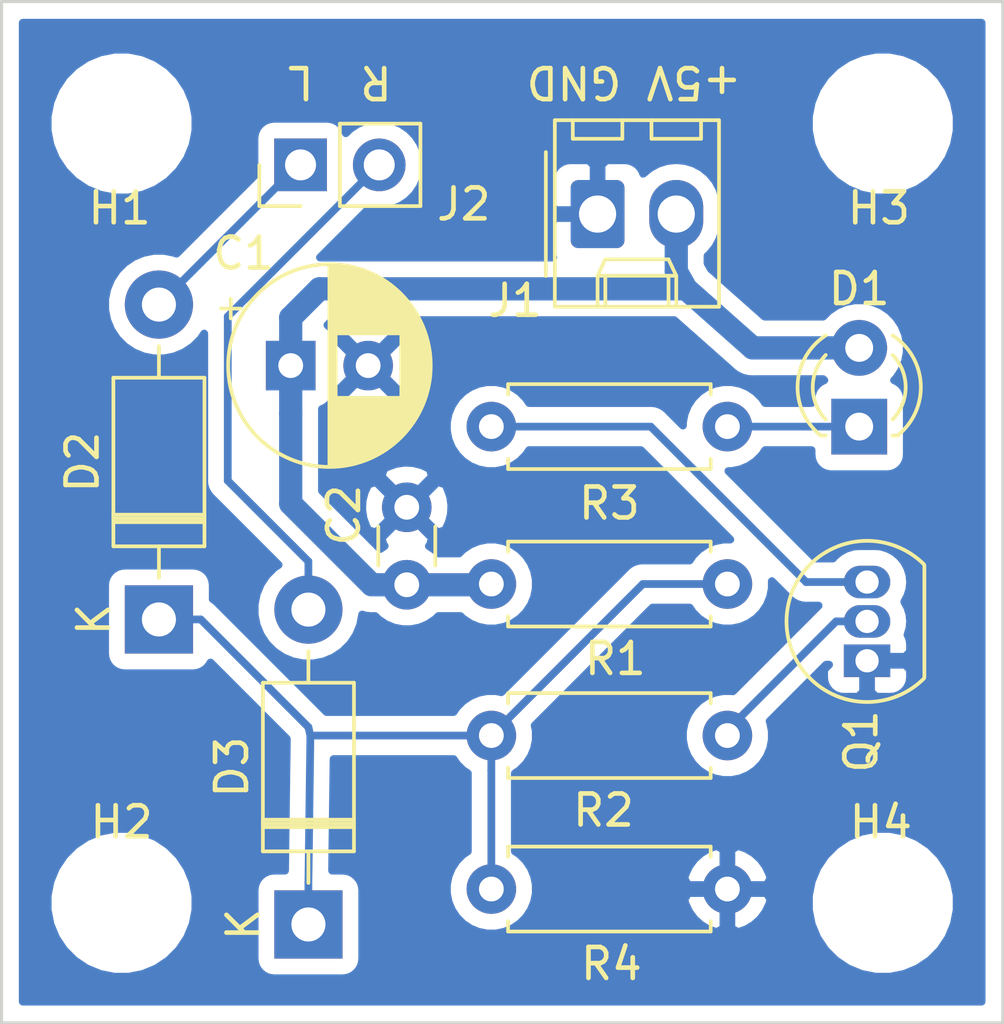
<source format=kicad_pcb>
(kicad_pcb (version 20171130) (host pcbnew 5.1.5+dfsg1-2build2)

  (general
    (thickness 1.6)
    (drawings 7)
    (tracks 40)
    (zones 0)
    (modules 16)
    (nets 9)
  )

  (page A4)
  (title_block
    (title "LED Driver Board")
    (date 2025-08-29)
    (rev 1)
    (company "Rodrigo Casara")
  )

  (layers
    (0 F.Cu signal)
    (31 B.Cu signal)
    (32 B.Adhes user)
    (33 F.Adhes user)
    (34 B.Paste user)
    (35 F.Paste user)
    (36 B.SilkS user)
    (37 F.SilkS user)
    (38 B.Mask user)
    (39 F.Mask user)
    (40 Dwgs.User user)
    (41 Cmts.User user)
    (42 Eco1.User user)
    (43 Eco2.User user)
    (44 Edge.Cuts user)
    (45 Margin user)
    (46 B.CrtYd user)
    (47 F.CrtYd user)
    (48 B.Fab user)
    (49 F.Fab user hide)
  )

  (setup
    (last_trace_width 0.25)
    (user_trace_width 0.75)
    (trace_clearance 0.2)
    (zone_clearance 0.508)
    (zone_45_only no)
    (trace_min 0.2)
    (via_size 0.8)
    (via_drill 0.4)
    (via_min_size 0.4)
    (via_min_drill 0.3)
    (uvia_size 0.3)
    (uvia_drill 0.1)
    (uvias_allowed no)
    (uvia_min_size 0.2)
    (uvia_min_drill 0.1)
    (edge_width 0.05)
    (segment_width 0.2)
    (pcb_text_width 0.3)
    (pcb_text_size 1.5 1.5)
    (mod_edge_width 0.12)
    (mod_text_size 1 1)
    (mod_text_width 0.15)
    (pad_size 1.524 1.524)
    (pad_drill 0.762)
    (pad_to_mask_clearance 0.051)
    (solder_mask_min_width 0.25)
    (aux_axis_origin 0 0)
    (visible_elements FFFFFF7F)
    (pcbplotparams
      (layerselection 0x010fc_ffffffff)
      (usegerberextensions false)
      (usegerberattributes false)
      (usegerberadvancedattributes false)
      (creategerberjobfile false)
      (excludeedgelayer true)
      (linewidth 0.100000)
      (plotframeref false)
      (viasonmask false)
      (mode 1)
      (useauxorigin false)
      (hpglpennumber 1)
      (hpglpenspeed 20)
      (hpglpendiameter 15.000000)
      (psnegative false)
      (psa4output false)
      (plotreference true)
      (plotvalue true)
      (plotinvisibletext false)
      (padsonsilk false)
      (subtractmaskfromsilk false)
      (outputformat 1)
      (mirror false)
      (drillshape 1)
      (scaleselection 1)
      (outputdirectory ""))
  )

  (net 0 "")
  (net 1 GNDREF)
  (net 2 +5V)
  (net 3 "Net-(D1-Pad1)")
  (net 4 "Net-(Q1-Pad3)")
  (net 5 "Net-(Q1-Pad2)")
  (net 6 "Net-(D2-Pad2)")
  (net 7 "Net-(D2-Pad1)")
  (net 8 "Net-(D3-Pad2)")

  (net_class Default "Esta é a classe de rede padrão."
    (clearance 0.2)
    (trace_width 0.25)
    (via_dia 0.8)
    (via_drill 0.4)
    (uvia_dia 0.3)
    (uvia_drill 0.1)
    (add_net +5V)
    (add_net GNDREF)
    (add_net "Net-(D1-Pad1)")
    (add_net "Net-(D2-Pad1)")
    (add_net "Net-(D2-Pad2)")
    (add_net "Net-(D3-Pad2)")
    (add_net "Net-(Q1-Pad2)")
    (add_net "Net-(Q1-Pad3)")
  )

  (module Connector_PinHeader_2.54mm:PinHeader_1x02_P2.54mm_Vertical (layer F.Cu) (tedit 59FED5CC) (tstamp 68AF7A80)
    (at 136.017 83.439 90)
    (descr "Through hole straight pin header, 1x02, 2.54mm pitch, single row")
    (tags "Through hole pin header THT 1x02 2.54mm single row")
    (path /68AFACF2)
    (fp_text reference J2 (at -1.27 5.2705 180) (layer F.SilkS)
      (effects (font (size 1 1) (thickness 0.15)))
    )
    (fp_text value Conn_01x02 (at 0 4.87 90) (layer F.Fab)
      (effects (font (size 1 1) (thickness 0.15)))
    )
    (fp_text user %R (at 0 1.27) (layer F.Fab)
      (effects (font (size 1 1) (thickness 0.15)))
    )
    (fp_line (start 1.8 -1.8) (end -1.8 -1.8) (layer F.CrtYd) (width 0.05))
    (fp_line (start 1.8 4.35) (end 1.8 -1.8) (layer F.CrtYd) (width 0.05))
    (fp_line (start -1.8 4.35) (end 1.8 4.35) (layer F.CrtYd) (width 0.05))
    (fp_line (start -1.8 -1.8) (end -1.8 4.35) (layer F.CrtYd) (width 0.05))
    (fp_line (start -1.33 -1.33) (end 0 -1.33) (layer F.SilkS) (width 0.12))
    (fp_line (start -1.33 0) (end -1.33 -1.33) (layer F.SilkS) (width 0.12))
    (fp_line (start -1.33 1.27) (end 1.33 1.27) (layer F.SilkS) (width 0.12))
    (fp_line (start 1.33 1.27) (end 1.33 3.87) (layer F.SilkS) (width 0.12))
    (fp_line (start -1.33 1.27) (end -1.33 3.87) (layer F.SilkS) (width 0.12))
    (fp_line (start -1.33 3.87) (end 1.33 3.87) (layer F.SilkS) (width 0.12))
    (fp_line (start -1.27 -0.635) (end -0.635 -1.27) (layer F.Fab) (width 0.1))
    (fp_line (start -1.27 3.81) (end -1.27 -0.635) (layer F.Fab) (width 0.1))
    (fp_line (start 1.27 3.81) (end -1.27 3.81) (layer F.Fab) (width 0.1))
    (fp_line (start 1.27 -1.27) (end 1.27 3.81) (layer F.Fab) (width 0.1))
    (fp_line (start -0.635 -1.27) (end 1.27 -1.27) (layer F.Fab) (width 0.1))
    (pad 2 thru_hole oval (at 0 2.54 90) (size 1.7 1.7) (drill 1) (layers *.Cu *.Mask)
      (net 8 "Net-(D3-Pad2)"))
    (pad 1 thru_hole rect (at 0 0 90) (size 1.7 1.7) (drill 1) (layers *.Cu *.Mask)
      (net 6 "Net-(D2-Pad2)"))
    (model ${KISYS3DMOD}/Connector_PinHeader_2.54mm.3dshapes/PinHeader_1x02_P2.54mm_Vertical.wrl
      (at (xyz 0 0 0))
      (scale (xyz 1 1 1))
      (rotate (xyz 0 0 0))
    )
  )

  (module Diode_THT:D_DO-41_SOD81_P10.16mm_Horizontal (layer F.Cu) (tedit 5AE50CD5) (tstamp 68AF79EC)
    (at 136.271 107.95 90)
    (descr "Diode, DO-41_SOD81 series, Axial, Horizontal, pin pitch=10.16mm, , length*diameter=5.2*2.7mm^2, , http://www.diodes.com/_files/packages/DO-41%20(Plastic).pdf")
    (tags "Diode DO-41_SOD81 series Axial Horizontal pin pitch 10.16mm  length 5.2mm diameter 2.7mm")
    (path /68AFA30E)
    (fp_text reference D3 (at 5.08 -2.47 90) (layer F.SilkS)
      (effects (font (size 1 1) (thickness 0.15)))
    )
    (fp_text value 1N5819 (at 5.08 2.47 90) (layer F.Fab)
      (effects (font (size 1 1) (thickness 0.15)))
    )
    (fp_text user K (at 0 -2.1 90) (layer F.SilkS)
      (effects (font (size 1 1) (thickness 0.15)))
    )
    (fp_text user K (at 0 -2.1 90) (layer F.Fab)
      (effects (font (size 1 1) (thickness 0.15)))
    )
    (fp_text user %R (at 5.47 0 90) (layer F.Fab)
      (effects (font (size 1 1) (thickness 0.15)))
    )
    (fp_line (start 11.51 -1.6) (end -1.35 -1.6) (layer F.CrtYd) (width 0.05))
    (fp_line (start 11.51 1.6) (end 11.51 -1.6) (layer F.CrtYd) (width 0.05))
    (fp_line (start -1.35 1.6) (end 11.51 1.6) (layer F.CrtYd) (width 0.05))
    (fp_line (start -1.35 -1.6) (end -1.35 1.6) (layer F.CrtYd) (width 0.05))
    (fp_line (start 3.14 -1.47) (end 3.14 1.47) (layer F.SilkS) (width 0.12))
    (fp_line (start 3.38 -1.47) (end 3.38 1.47) (layer F.SilkS) (width 0.12))
    (fp_line (start 3.26 -1.47) (end 3.26 1.47) (layer F.SilkS) (width 0.12))
    (fp_line (start 8.82 0) (end 7.8 0) (layer F.SilkS) (width 0.12))
    (fp_line (start 1.34 0) (end 2.36 0) (layer F.SilkS) (width 0.12))
    (fp_line (start 7.8 -1.47) (end 2.36 -1.47) (layer F.SilkS) (width 0.12))
    (fp_line (start 7.8 1.47) (end 7.8 -1.47) (layer F.SilkS) (width 0.12))
    (fp_line (start 2.36 1.47) (end 7.8 1.47) (layer F.SilkS) (width 0.12))
    (fp_line (start 2.36 -1.47) (end 2.36 1.47) (layer F.SilkS) (width 0.12))
    (fp_line (start 3.16 -1.35) (end 3.16 1.35) (layer F.Fab) (width 0.1))
    (fp_line (start 3.36 -1.35) (end 3.36 1.35) (layer F.Fab) (width 0.1))
    (fp_line (start 3.26 -1.35) (end 3.26 1.35) (layer F.Fab) (width 0.1))
    (fp_line (start 10.16 0) (end 7.68 0) (layer F.Fab) (width 0.1))
    (fp_line (start 0 0) (end 2.48 0) (layer F.Fab) (width 0.1))
    (fp_line (start 7.68 -1.35) (end 2.48 -1.35) (layer F.Fab) (width 0.1))
    (fp_line (start 7.68 1.35) (end 7.68 -1.35) (layer F.Fab) (width 0.1))
    (fp_line (start 2.48 1.35) (end 7.68 1.35) (layer F.Fab) (width 0.1))
    (fp_line (start 2.48 -1.35) (end 2.48 1.35) (layer F.Fab) (width 0.1))
    (pad 2 thru_hole oval (at 10.16 0 90) (size 2.2 2.2) (drill 1.1) (layers *.Cu *.Mask)
      (net 8 "Net-(D3-Pad2)"))
    (pad 1 thru_hole rect (at 0 0 90) (size 2.2 2.2) (drill 1.1) (layers *.Cu *.Mask)
      (net 7 "Net-(D2-Pad1)"))
    (model ${KISYS3DMOD}/Diode_THT.3dshapes/D_DO-41_SOD81_P10.16mm_Horizontal.wrl
      (at (xyz 0 0 0))
      (scale (xyz 1 1 1))
      (rotate (xyz 0 0 0))
    )
  )

  (module Diode_THT:D_DO-41_SOD81_P10.16mm_Horizontal (layer F.Cu) (tedit 5AE50CD5) (tstamp 68AF79CD)
    (at 131.445 98.1075 90)
    (descr "Diode, DO-41_SOD81 series, Axial, Horizontal, pin pitch=10.16mm, , length*diameter=5.2*2.7mm^2, , http://www.diodes.com/_files/packages/DO-41%20(Plastic).pdf")
    (tags "Diode DO-41_SOD81 series Axial Horizontal pin pitch 10.16mm  length 5.2mm diameter 2.7mm")
    (path /68AFA3E8)
    (fp_text reference D2 (at 5.08 -2.47 90) (layer F.SilkS)
      (effects (font (size 1 1) (thickness 0.15)))
    )
    (fp_text value 1N5819 (at 5.08 2.47 90) (layer F.Fab)
      (effects (font (size 1 1) (thickness 0.15)))
    )
    (fp_text user K (at 0 -2.1 90) (layer F.SilkS)
      (effects (font (size 1 1) (thickness 0.15)))
    )
    (fp_text user K (at 0 -2.1 90) (layer F.Fab)
      (effects (font (size 1 1) (thickness 0.15)))
    )
    (fp_text user %R (at 5.47 0 90) (layer F.Fab)
      (effects (font (size 1 1) (thickness 0.15)))
    )
    (fp_line (start 11.51 -1.6) (end -1.35 -1.6) (layer F.CrtYd) (width 0.05))
    (fp_line (start 11.51 1.6) (end 11.51 -1.6) (layer F.CrtYd) (width 0.05))
    (fp_line (start -1.35 1.6) (end 11.51 1.6) (layer F.CrtYd) (width 0.05))
    (fp_line (start -1.35 -1.6) (end -1.35 1.6) (layer F.CrtYd) (width 0.05))
    (fp_line (start 3.14 -1.47) (end 3.14 1.47) (layer F.SilkS) (width 0.12))
    (fp_line (start 3.38 -1.47) (end 3.38 1.47) (layer F.SilkS) (width 0.12))
    (fp_line (start 3.26 -1.47) (end 3.26 1.47) (layer F.SilkS) (width 0.12))
    (fp_line (start 8.82 0) (end 7.8 0) (layer F.SilkS) (width 0.12))
    (fp_line (start 1.34 0) (end 2.36 0) (layer F.SilkS) (width 0.12))
    (fp_line (start 7.8 -1.47) (end 2.36 -1.47) (layer F.SilkS) (width 0.12))
    (fp_line (start 7.8 1.47) (end 7.8 -1.47) (layer F.SilkS) (width 0.12))
    (fp_line (start 2.36 1.47) (end 7.8 1.47) (layer F.SilkS) (width 0.12))
    (fp_line (start 2.36 -1.47) (end 2.36 1.47) (layer F.SilkS) (width 0.12))
    (fp_line (start 3.16 -1.35) (end 3.16 1.35) (layer F.Fab) (width 0.1))
    (fp_line (start 3.36 -1.35) (end 3.36 1.35) (layer F.Fab) (width 0.1))
    (fp_line (start 3.26 -1.35) (end 3.26 1.35) (layer F.Fab) (width 0.1))
    (fp_line (start 10.16 0) (end 7.68 0) (layer F.Fab) (width 0.1))
    (fp_line (start 0 0) (end 2.48 0) (layer F.Fab) (width 0.1))
    (fp_line (start 7.68 -1.35) (end 2.48 -1.35) (layer F.Fab) (width 0.1))
    (fp_line (start 7.68 1.35) (end 7.68 -1.35) (layer F.Fab) (width 0.1))
    (fp_line (start 2.48 1.35) (end 7.68 1.35) (layer F.Fab) (width 0.1))
    (fp_line (start 2.48 -1.35) (end 2.48 1.35) (layer F.Fab) (width 0.1))
    (pad 2 thru_hole oval (at 10.16 0 90) (size 2.2 2.2) (drill 1.1) (layers *.Cu *.Mask)
      (net 6 "Net-(D2-Pad2)"))
    (pad 1 thru_hole rect (at 0 0 90) (size 2.2 2.2) (drill 1.1) (layers *.Cu *.Mask)
      (net 7 "Net-(D2-Pad1)"))
    (model ${KISYS3DMOD}/Diode_THT.3dshapes/D_DO-41_SOD81_P10.16mm_Horizontal.wrl
      (at (xyz 0 0 0))
      (scale (xyz 1 1 1))
      (rotate (xyz 0 0 0))
    )
  )

  (module Resistor_THT:R_Axial_DIN0207_L6.3mm_D2.5mm_P7.62mm_Horizontal (layer F.Cu) (tedit 5AE5139B) (tstamp 68AFE2ED)
    (at 142.1765 106.807)
    (descr "Resistor, Axial_DIN0207 series, Axial, Horizontal, pin pitch=7.62mm, 0.25W = 1/4W, length*diameter=6.3*2.5mm^2, http://cdn-reichelt.de/documents/datenblatt/B400/1_4W%23YAG.pdf")
    (tags "Resistor Axial_DIN0207 series Axial Horizontal pin pitch 7.62mm 0.25W = 1/4W length 6.3mm diameter 2.5mm")
    (path /68C24710)
    (fp_text reference R4 (at 3.8735 2.413) (layer F.SilkS)
      (effects (font (size 1 1) (thickness 0.15)))
    )
    (fp_text value 100kΩ (at 3.81 2.37) (layer F.Fab)
      (effects (font (size 1 1) (thickness 0.15)))
    )
    (fp_text user %R (at 3.81 0) (layer F.Fab)
      (effects (font (size 1 1) (thickness 0.15)))
    )
    (fp_line (start 8.67 -1.5) (end -1.05 -1.5) (layer F.CrtYd) (width 0.05))
    (fp_line (start 8.67 1.5) (end 8.67 -1.5) (layer F.CrtYd) (width 0.05))
    (fp_line (start -1.05 1.5) (end 8.67 1.5) (layer F.CrtYd) (width 0.05))
    (fp_line (start -1.05 -1.5) (end -1.05 1.5) (layer F.CrtYd) (width 0.05))
    (fp_line (start 7.08 1.37) (end 7.08 1.04) (layer F.SilkS) (width 0.12))
    (fp_line (start 0.54 1.37) (end 7.08 1.37) (layer F.SilkS) (width 0.12))
    (fp_line (start 0.54 1.04) (end 0.54 1.37) (layer F.SilkS) (width 0.12))
    (fp_line (start 7.08 -1.37) (end 7.08 -1.04) (layer F.SilkS) (width 0.12))
    (fp_line (start 0.54 -1.37) (end 7.08 -1.37) (layer F.SilkS) (width 0.12))
    (fp_line (start 0.54 -1.04) (end 0.54 -1.37) (layer F.SilkS) (width 0.12))
    (fp_line (start 7.62 0) (end 6.96 0) (layer F.Fab) (width 0.1))
    (fp_line (start 0 0) (end 0.66 0) (layer F.Fab) (width 0.1))
    (fp_line (start 6.96 -1.25) (end 0.66 -1.25) (layer F.Fab) (width 0.1))
    (fp_line (start 6.96 1.25) (end 6.96 -1.25) (layer F.Fab) (width 0.1))
    (fp_line (start 0.66 1.25) (end 6.96 1.25) (layer F.Fab) (width 0.1))
    (fp_line (start 0.66 -1.25) (end 0.66 1.25) (layer F.Fab) (width 0.1))
    (pad 2 thru_hole oval (at 7.62 0) (size 1.6 1.6) (drill 0.8) (layers *.Cu *.Mask)
      (net 1 GNDREF))
    (pad 1 thru_hole circle (at 0 0) (size 1.6 1.6) (drill 0.8) (layers *.Cu *.Mask)
      (net 7 "Net-(D2-Pad1)"))
    (model ${KISYS3DMOD}/Resistor_THT.3dshapes/R_Axial_DIN0207_L6.3mm_D2.5mm_P7.62mm_Horizontal.wrl
      (at (xyz 0 0 0))
      (scale (xyz 1 1 1))
      (rotate (xyz 0 0 0))
    )
  )

  (module Resistor_THT:R_Axial_DIN0207_L6.3mm_D2.5mm_P7.62mm_Horizontal (layer F.Cu) (tedit 5AE5139B) (tstamp 68AFE2D6)
    (at 149.7965 91.8845 180)
    (descr "Resistor, Axial_DIN0207 series, Axial, Horizontal, pin pitch=7.62mm, 0.25W = 1/4W, length*diameter=6.3*2.5mm^2, http://cdn-reichelt.de/documents/datenblatt/B400/1_4W%23YAG.pdf")
    (tags "Resistor Axial_DIN0207 series Axial Horizontal pin pitch 7.62mm 0.25W = 1/4W length 6.3mm diameter 2.5mm")
    (path /68C8700D)
    (fp_text reference R3 (at 3.81 -2.4765) (layer F.SilkS)
      (effects (font (size 1 1) (thickness 0.15)))
    )
    (fp_text value 280Ω (at 3.81 2.37) (layer F.Fab)
      (effects (font (size 1 1) (thickness 0.15)))
    )
    (fp_text user %R (at 3.81 0) (layer F.Fab)
      (effects (font (size 1 1) (thickness 0.15)))
    )
    (fp_line (start 8.67 -1.5) (end -1.05 -1.5) (layer F.CrtYd) (width 0.05))
    (fp_line (start 8.67 1.5) (end 8.67 -1.5) (layer F.CrtYd) (width 0.05))
    (fp_line (start -1.05 1.5) (end 8.67 1.5) (layer F.CrtYd) (width 0.05))
    (fp_line (start -1.05 -1.5) (end -1.05 1.5) (layer F.CrtYd) (width 0.05))
    (fp_line (start 7.08 1.37) (end 7.08 1.04) (layer F.SilkS) (width 0.12))
    (fp_line (start 0.54 1.37) (end 7.08 1.37) (layer F.SilkS) (width 0.12))
    (fp_line (start 0.54 1.04) (end 0.54 1.37) (layer F.SilkS) (width 0.12))
    (fp_line (start 7.08 -1.37) (end 7.08 -1.04) (layer F.SilkS) (width 0.12))
    (fp_line (start 0.54 -1.37) (end 7.08 -1.37) (layer F.SilkS) (width 0.12))
    (fp_line (start 0.54 -1.04) (end 0.54 -1.37) (layer F.SilkS) (width 0.12))
    (fp_line (start 7.62 0) (end 6.96 0) (layer F.Fab) (width 0.1))
    (fp_line (start 0 0) (end 0.66 0) (layer F.Fab) (width 0.1))
    (fp_line (start 6.96 -1.25) (end 0.66 -1.25) (layer F.Fab) (width 0.1))
    (fp_line (start 6.96 1.25) (end 6.96 -1.25) (layer F.Fab) (width 0.1))
    (fp_line (start 0.66 1.25) (end 6.96 1.25) (layer F.Fab) (width 0.1))
    (fp_line (start 0.66 -1.25) (end 0.66 1.25) (layer F.Fab) (width 0.1))
    (pad 2 thru_hole oval (at 7.62 0 180) (size 1.6 1.6) (drill 0.8) (layers *.Cu *.Mask)
      (net 4 "Net-(Q1-Pad3)"))
    (pad 1 thru_hole circle (at 0 0 180) (size 1.6 1.6) (drill 0.8) (layers *.Cu *.Mask)
      (net 3 "Net-(D1-Pad1)"))
    (model ${KISYS3DMOD}/Resistor_THT.3dshapes/R_Axial_DIN0207_L6.3mm_D2.5mm_P7.62mm_Horizontal.wrl
      (at (xyz 0 0 0))
      (scale (xyz 1 1 1))
      (rotate (xyz 0 0 0))
    )
  )

  (module Resistor_THT:R_Axial_DIN0207_L6.3mm_D2.5mm_P7.62mm_Horizontal (layer F.Cu) (tedit 5AE5139B) (tstamp 68AFE2BF)
    (at 142.1765 101.854)
    (descr "Resistor, Axial_DIN0207 series, Axial, Horizontal, pin pitch=7.62mm, 0.25W = 1/4W, length*diameter=6.3*2.5mm^2, http://cdn-reichelt.de/documents/datenblatt/B400/1_4W%23YAG.pdf")
    (tags "Resistor Axial_DIN0207 series Axial Horizontal pin pitch 7.62mm 0.25W = 1/4W length 6.3mm diameter 2.5mm")
    (path /68C8729B)
    (fp_text reference R2 (at 3.6195 2.413) (layer F.SilkS)
      (effects (font (size 1 1) (thickness 0.15)))
    )
    (fp_text value 10kΩ (at 3.81 2.37) (layer F.Fab)
      (effects (font (size 1 1) (thickness 0.15)))
    )
    (fp_text user %R (at 3.81 0) (layer F.Fab)
      (effects (font (size 1 1) (thickness 0.15)))
    )
    (fp_line (start 8.67 -1.5) (end -1.05 -1.5) (layer F.CrtYd) (width 0.05))
    (fp_line (start 8.67 1.5) (end 8.67 -1.5) (layer F.CrtYd) (width 0.05))
    (fp_line (start -1.05 1.5) (end 8.67 1.5) (layer F.CrtYd) (width 0.05))
    (fp_line (start -1.05 -1.5) (end -1.05 1.5) (layer F.CrtYd) (width 0.05))
    (fp_line (start 7.08 1.37) (end 7.08 1.04) (layer F.SilkS) (width 0.12))
    (fp_line (start 0.54 1.37) (end 7.08 1.37) (layer F.SilkS) (width 0.12))
    (fp_line (start 0.54 1.04) (end 0.54 1.37) (layer F.SilkS) (width 0.12))
    (fp_line (start 7.08 -1.37) (end 7.08 -1.04) (layer F.SilkS) (width 0.12))
    (fp_line (start 0.54 -1.37) (end 7.08 -1.37) (layer F.SilkS) (width 0.12))
    (fp_line (start 0.54 -1.04) (end 0.54 -1.37) (layer F.SilkS) (width 0.12))
    (fp_line (start 7.62 0) (end 6.96 0) (layer F.Fab) (width 0.1))
    (fp_line (start 0 0) (end 0.66 0) (layer F.Fab) (width 0.1))
    (fp_line (start 6.96 -1.25) (end 0.66 -1.25) (layer F.Fab) (width 0.1))
    (fp_line (start 6.96 1.25) (end 6.96 -1.25) (layer F.Fab) (width 0.1))
    (fp_line (start 0.66 1.25) (end 6.96 1.25) (layer F.Fab) (width 0.1))
    (fp_line (start 0.66 -1.25) (end 0.66 1.25) (layer F.Fab) (width 0.1))
    (pad 2 thru_hole oval (at 7.62 0) (size 1.6 1.6) (drill 0.8) (layers *.Cu *.Mask)
      (net 5 "Net-(Q1-Pad2)"))
    (pad 1 thru_hole circle (at 0 0) (size 1.6 1.6) (drill 0.8) (layers *.Cu *.Mask)
      (net 7 "Net-(D2-Pad1)"))
    (model ${KISYS3DMOD}/Resistor_THT.3dshapes/R_Axial_DIN0207_L6.3mm_D2.5mm_P7.62mm_Horizontal.wrl
      (at (xyz 0 0 0))
      (scale (xyz 1 1 1))
      (rotate (xyz 0 0 0))
    )
  )

  (module Resistor_THT:R_Axial_DIN0207_L6.3mm_D2.5mm_P7.62mm_Horizontal (layer F.Cu) (tedit 5AE5139B) (tstamp 68AFE2A8)
    (at 142.1765 96.9645)
    (descr "Resistor, Axial_DIN0207 series, Axial, Horizontal, pin pitch=7.62mm, 0.25W = 1/4W, length*diameter=6.3*2.5mm^2, http://cdn-reichelt.de/documents/datenblatt/B400/1_4W%23YAG.pdf")
    (tags "Resistor Axial_DIN0207 series Axial Horizontal pin pitch 7.62mm 0.25W = 1/4W length 6.3mm diameter 2.5mm")
    (path /68C8744E)
    (fp_text reference R1 (at 4.0005 2.413) (layer F.SilkS)
      (effects (font (size 1 1) (thickness 0.15)))
    )
    (fp_text value 10kΩ (at 3.81 2.37) (layer F.Fab)
      (effects (font (size 1 1) (thickness 0.15)))
    )
    (fp_text user %R (at 3.81 0) (layer F.Fab)
      (effects (font (size 1 1) (thickness 0.15)))
    )
    (fp_line (start 8.67 -1.5) (end -1.05 -1.5) (layer F.CrtYd) (width 0.05))
    (fp_line (start 8.67 1.5) (end 8.67 -1.5) (layer F.CrtYd) (width 0.05))
    (fp_line (start -1.05 1.5) (end 8.67 1.5) (layer F.CrtYd) (width 0.05))
    (fp_line (start -1.05 -1.5) (end -1.05 1.5) (layer F.CrtYd) (width 0.05))
    (fp_line (start 7.08 1.37) (end 7.08 1.04) (layer F.SilkS) (width 0.12))
    (fp_line (start 0.54 1.37) (end 7.08 1.37) (layer F.SilkS) (width 0.12))
    (fp_line (start 0.54 1.04) (end 0.54 1.37) (layer F.SilkS) (width 0.12))
    (fp_line (start 7.08 -1.37) (end 7.08 -1.04) (layer F.SilkS) (width 0.12))
    (fp_line (start 0.54 -1.37) (end 7.08 -1.37) (layer F.SilkS) (width 0.12))
    (fp_line (start 0.54 -1.04) (end 0.54 -1.37) (layer F.SilkS) (width 0.12))
    (fp_line (start 7.62 0) (end 6.96 0) (layer F.Fab) (width 0.1))
    (fp_line (start 0 0) (end 0.66 0) (layer F.Fab) (width 0.1))
    (fp_line (start 6.96 -1.25) (end 0.66 -1.25) (layer F.Fab) (width 0.1))
    (fp_line (start 6.96 1.25) (end 6.96 -1.25) (layer F.Fab) (width 0.1))
    (fp_line (start 0.66 1.25) (end 6.96 1.25) (layer F.Fab) (width 0.1))
    (fp_line (start 0.66 -1.25) (end 0.66 1.25) (layer F.Fab) (width 0.1))
    (pad 2 thru_hole oval (at 7.62 0) (size 1.6 1.6) (drill 0.8) (layers *.Cu *.Mask)
      (net 7 "Net-(D2-Pad1)"))
    (pad 1 thru_hole circle (at 0 0) (size 1.6 1.6) (drill 0.8) (layers *.Cu *.Mask)
      (net 2 +5V))
    (model ${KISYS3DMOD}/Resistor_THT.3dshapes/R_Axial_DIN0207_L6.3mm_D2.5mm_P7.62mm_Horizontal.wrl
      (at (xyz 0 0 0))
      (scale (xyz 1 1 1))
      (rotate (xyz 0 0 0))
    )
  )

  (module Package_TO_SOT_THT:TO-92_Inline (layer F.Cu) (tedit 5A1DD157) (tstamp 68AFE291)
    (at 154.305 99.441 90)
    (descr "TO-92 leads in-line, narrow, oval pads, drill 0.75mm (see NXP sot054_po.pdf)")
    (tags "to-92 sc-43 sc-43a sot54 PA33 transistor")
    (path /68C22814)
    (fp_text reference Q1 (at -2.6035 -0.1905 90) (layer F.SilkS)
      (effects (font (size 1 1) (thickness 0.15)))
    )
    (fp_text value 2N3904 (at 1.27 2.79 90) (layer F.Fab)
      (effects (font (size 1 1) (thickness 0.15)))
    )
    (fp_arc (start 1.27 0) (end 1.27 -2.6) (angle 135) (layer F.SilkS) (width 0.12))
    (fp_arc (start 1.27 0) (end 1.27 -2.48) (angle -135) (layer F.Fab) (width 0.1))
    (fp_arc (start 1.27 0) (end 1.27 -2.6) (angle -135) (layer F.SilkS) (width 0.12))
    (fp_arc (start 1.27 0) (end 1.27 -2.48) (angle 135) (layer F.Fab) (width 0.1))
    (fp_line (start 4 2.01) (end -1.46 2.01) (layer F.CrtYd) (width 0.05))
    (fp_line (start 4 2.01) (end 4 -2.73) (layer F.CrtYd) (width 0.05))
    (fp_line (start -1.46 -2.73) (end -1.46 2.01) (layer F.CrtYd) (width 0.05))
    (fp_line (start -1.46 -2.73) (end 4 -2.73) (layer F.CrtYd) (width 0.05))
    (fp_line (start -0.5 1.75) (end 3 1.75) (layer F.Fab) (width 0.1))
    (fp_line (start -0.53 1.85) (end 3.07 1.85) (layer F.SilkS) (width 0.12))
    (fp_text user %R (at 1.27 -3.56 90) (layer F.Fab)
      (effects (font (size 1 1) (thickness 0.15)))
    )
    (pad 1 thru_hole rect (at 0 0 90) (size 1.05 1.5) (drill 0.75) (layers *.Cu *.Mask)
      (net 1 GNDREF))
    (pad 3 thru_hole oval (at 2.54 0 90) (size 1.05 1.5) (drill 0.75) (layers *.Cu *.Mask)
      (net 4 "Net-(Q1-Pad3)"))
    (pad 2 thru_hole oval (at 1.27 0 90) (size 1.05 1.5) (drill 0.75) (layers *.Cu *.Mask)
      (net 5 "Net-(Q1-Pad2)"))
    (model ${KISYS3DMOD}/Package_TO_SOT_THT.3dshapes/TO-92_Inline.wrl
      (at (xyz 0 0 0))
      (scale (xyz 1 1 1))
      (rotate (xyz 0 0 0))
    )
  )

  (module Connector_Molex:Molex_KK-254_AE-6410-02A_1x02_P2.54mm_Vertical (layer F.Cu) (tedit 5B78013E) (tstamp 68AFE26A)
    (at 145.6055 85.0265)
    (descr "Molex KK-254 Interconnect System, old/engineering part number: AE-6410-02A example for new part number: 22-27-2021, 2 Pins (http://www.molex.com/pdm_docs/sd/022272021_sd.pdf), generated with kicad-footprint-generator")
    (tags "connector Molex KK-254 side entry")
    (path /68C22E20)
    (fp_text reference J1 (at -2.667 2.794) (layer F.SilkS)
      (effects (font (size 1 1) (thickness 0.15)))
    )
    (fp_text value "KK 5045-2 Male 2.5mm 180°" (at 1.27 4.08) (layer F.Fab)
      (effects (font (size 1 1) (thickness 0.15)))
    )
    (fp_text user %R (at 1.27 -2.22) (layer F.Fab)
      (effects (font (size 1 1) (thickness 0.15)))
    )
    (fp_line (start 4.31 -3.42) (end -1.77 -3.42) (layer F.CrtYd) (width 0.05))
    (fp_line (start 4.31 3.38) (end 4.31 -3.42) (layer F.CrtYd) (width 0.05))
    (fp_line (start -1.77 3.38) (end 4.31 3.38) (layer F.CrtYd) (width 0.05))
    (fp_line (start -1.77 -3.42) (end -1.77 3.38) (layer F.CrtYd) (width 0.05))
    (fp_line (start 3.34 -2.43) (end 3.34 -3.03) (layer F.SilkS) (width 0.12))
    (fp_line (start 1.74 -2.43) (end 3.34 -2.43) (layer F.SilkS) (width 0.12))
    (fp_line (start 1.74 -3.03) (end 1.74 -2.43) (layer F.SilkS) (width 0.12))
    (fp_line (start 0.8 -2.43) (end 0.8 -3.03) (layer F.SilkS) (width 0.12))
    (fp_line (start -0.8 -2.43) (end 0.8 -2.43) (layer F.SilkS) (width 0.12))
    (fp_line (start -0.8 -3.03) (end -0.8 -2.43) (layer F.SilkS) (width 0.12))
    (fp_line (start 2.29 2.99) (end 2.29 1.99) (layer F.SilkS) (width 0.12))
    (fp_line (start 0.25 2.99) (end 0.25 1.99) (layer F.SilkS) (width 0.12))
    (fp_line (start 2.29 1.46) (end 2.54 1.99) (layer F.SilkS) (width 0.12))
    (fp_line (start 0.25 1.46) (end 2.29 1.46) (layer F.SilkS) (width 0.12))
    (fp_line (start 0 1.99) (end 0.25 1.46) (layer F.SilkS) (width 0.12))
    (fp_line (start 2.54 1.99) (end 2.54 2.99) (layer F.SilkS) (width 0.12))
    (fp_line (start 0 1.99) (end 2.54 1.99) (layer F.SilkS) (width 0.12))
    (fp_line (start 0 2.99) (end 0 1.99) (layer F.SilkS) (width 0.12))
    (fp_line (start -0.562893 0) (end -1.27 0.5) (layer F.Fab) (width 0.1))
    (fp_line (start -1.27 -0.5) (end -0.562893 0) (layer F.Fab) (width 0.1))
    (fp_line (start -1.67 -2) (end -1.67 2) (layer F.SilkS) (width 0.12))
    (fp_line (start 3.92 -3.03) (end -1.38 -3.03) (layer F.SilkS) (width 0.12))
    (fp_line (start 3.92 2.99) (end 3.92 -3.03) (layer F.SilkS) (width 0.12))
    (fp_line (start -1.38 2.99) (end 3.92 2.99) (layer F.SilkS) (width 0.12))
    (fp_line (start -1.38 -3.03) (end -1.38 2.99) (layer F.SilkS) (width 0.12))
    (fp_line (start 3.81 -2.92) (end -1.27 -2.92) (layer F.Fab) (width 0.1))
    (fp_line (start 3.81 2.88) (end 3.81 -2.92) (layer F.Fab) (width 0.1))
    (fp_line (start -1.27 2.88) (end 3.81 2.88) (layer F.Fab) (width 0.1))
    (fp_line (start -1.27 -2.92) (end -1.27 2.88) (layer F.Fab) (width 0.1))
    (pad 2 thru_hole oval (at 2.54 0) (size 1.74 2.2) (drill 1.2) (layers *.Cu *.Mask)
      (net 2 +5V))
    (pad 1 thru_hole roundrect (at 0 0) (size 1.74 2.2) (drill 1.2) (layers *.Cu *.Mask) (roundrect_rratio 0.143678)
      (net 1 GNDREF))
    (model ${KISYS3DMOD}/Connector_Molex.3dshapes/Molex_KK-254_AE-6410-02A_1x02_P2.54mm_Vertical.wrl
      (at (xyz 0 0 0))
      (scale (xyz 1 1 1))
      (rotate (xyz 0 0 0))
    )
  )

  (module MountingHole:MountingHole_3.5mm (layer F.Cu) (tedit 56D1B4CB) (tstamp 68AFE246)
    (at 154.813 107.2515)
    (descr "Mounting Hole 3.5mm, no annular")
    (tags "mounting hole 3.5mm no annular")
    (path /68B404CD)
    (attr virtual)
    (fp_text reference H4 (at -0.0635 -2.6035) (layer F.SilkS)
      (effects (font (size 1 1) (thickness 0.15)))
    )
    (fp_text value MountingHole (at 0 4.5) (layer F.Fab)
      (effects (font (size 1 1) (thickness 0.15)))
    )
    (fp_circle (center 0 0) (end 3.75 0) (layer F.CrtYd) (width 0.05))
    (fp_circle (center 0 0) (end 3.5 0) (layer Cmts.User) (width 0.15))
    (fp_text user %R (at 0.3 0) (layer F.Fab)
      (effects (font (size 1 1) (thickness 0.15)))
    )
    (pad 1 np_thru_hole circle (at 0 0) (size 3.5 3.5) (drill 3.5) (layers *.Cu *.Mask))
  )

  (module MountingHole:MountingHole_3.5mm (layer F.Cu) (tedit 56D1B4CB) (tstamp 68AFE23E)
    (at 154.813 82.1055)
    (descr "Mounting Hole 3.5mm, no annular")
    (tags "mounting hole 3.5mm no annular")
    (path /68B3FD90)
    (attr virtual)
    (fp_text reference H3 (at -0.127 2.7305) (layer F.SilkS)
      (effects (font (size 1 1) (thickness 0.15)))
    )
    (fp_text value MountingHole (at 0 4.5) (layer F.Fab)
      (effects (font (size 1 1) (thickness 0.15)))
    )
    (fp_circle (center 0 0) (end 3.75 0) (layer F.CrtYd) (width 0.05))
    (fp_circle (center 0 0) (end 3.5 0) (layer Cmts.User) (width 0.15))
    (fp_text user %R (at 0.3 0) (layer F.Fab)
      (effects (font (size 1 1) (thickness 0.15)))
    )
    (pad 1 np_thru_hole circle (at 0 0) (size 3.5 3.5) (drill 3.5) (layers *.Cu *.Mask))
  )

  (module MountingHole:MountingHole_3.5mm (layer F.Cu) (tedit 56D1B4CB) (tstamp 68AFE236)
    (at 130.2385 107.2515)
    (descr "Mounting Hole 3.5mm, no annular")
    (tags "mounting hole 3.5mm no annular")
    (path /68B3FC77)
    (attr virtual)
    (fp_text reference H2 (at 0 -2.6035) (layer F.SilkS)
      (effects (font (size 1 1) (thickness 0.15)))
    )
    (fp_text value MountingHole (at 0 4.5) (layer F.Fab)
      (effects (font (size 1 1) (thickness 0.15)))
    )
    (fp_circle (center 0 0) (end 3.75 0) (layer F.CrtYd) (width 0.05))
    (fp_circle (center 0 0) (end 3.5 0) (layer Cmts.User) (width 0.15))
    (fp_text user %R (at 0.3 0) (layer F.Fab)
      (effects (font (size 1 1) (thickness 0.15)))
    )
    (pad 1 np_thru_hole circle (at 0 0) (size 3.5 3.5) (drill 3.5) (layers *.Cu *.Mask))
  )

  (module MountingHole:MountingHole_3.5mm (layer F.Cu) (tedit 56D1B4CB) (tstamp 68AFE22E)
    (at 130.2385 82.1055)
    (descr "Mounting Hole 3.5mm, no annular")
    (tags "mounting hole 3.5mm no annular")
    (path /68B3F64D)
    (attr virtual)
    (fp_text reference H1 (at -0.0635 2.7305) (layer F.SilkS)
      (effects (font (size 1 1) (thickness 0.15)))
    )
    (fp_text value MountingHole (at 0 4.5) (layer F.Fab)
      (effects (font (size 1 1) (thickness 0.15)))
    )
    (fp_circle (center 0 0) (end 3.75 0) (layer F.CrtYd) (width 0.05))
    (fp_circle (center 0 0) (end 3.5 0) (layer Cmts.User) (width 0.15))
    (fp_text user %R (at 0.3 0) (layer F.Fab)
      (effects (font (size 1 1) (thickness 0.15)))
    )
    (pad 1 np_thru_hole circle (at 0 0) (size 3.5 3.5) (drill 3.5) (layers *.Cu *.Mask))
  )

  (module LED_THT:LED_D3.0mm (layer F.Cu) (tedit 587A3A7B) (tstamp 68AFE226)
    (at 154.051 91.8845 90)
    (descr "LED, diameter 3.0mm, 2 pins")
    (tags "LED diameter 3.0mm 2 pins")
    (path /68C254F9)
    (fp_text reference D1 (at 4.445 0 180) (layer F.SilkS)
      (effects (font (size 1 1) (thickness 0.15)))
    )
    (fp_text value LED (at 1.27 2.96 90) (layer F.Fab)
      (effects (font (size 1 1) (thickness 0.15)))
    )
    (fp_line (start 3.7 -2.25) (end -1.15 -2.25) (layer F.CrtYd) (width 0.05))
    (fp_line (start 3.7 2.25) (end 3.7 -2.25) (layer F.CrtYd) (width 0.05))
    (fp_line (start -1.15 2.25) (end 3.7 2.25) (layer F.CrtYd) (width 0.05))
    (fp_line (start -1.15 -2.25) (end -1.15 2.25) (layer F.CrtYd) (width 0.05))
    (fp_line (start -0.29 1.08) (end -0.29 1.236) (layer F.SilkS) (width 0.12))
    (fp_line (start -0.29 -1.236) (end -0.29 -1.08) (layer F.SilkS) (width 0.12))
    (fp_line (start -0.23 -1.16619) (end -0.23 1.16619) (layer F.Fab) (width 0.1))
    (fp_circle (center 1.27 0) (end 2.77 0) (layer F.Fab) (width 0.1))
    (fp_arc (start 1.27 0) (end 0.229039 1.08) (angle -87.9) (layer F.SilkS) (width 0.12))
    (fp_arc (start 1.27 0) (end 0.229039 -1.08) (angle 87.9) (layer F.SilkS) (width 0.12))
    (fp_arc (start 1.27 0) (end -0.29 1.235516) (angle -108.8) (layer F.SilkS) (width 0.12))
    (fp_arc (start 1.27 0) (end -0.29 -1.235516) (angle 108.8) (layer F.SilkS) (width 0.12))
    (fp_arc (start 1.27 0) (end -0.23 -1.16619) (angle 284.3) (layer F.Fab) (width 0.1))
    (pad 2 thru_hole circle (at 2.54 0 90) (size 1.8 1.8) (drill 0.9) (layers *.Cu *.Mask)
      (net 2 +5V))
    (pad 1 thru_hole rect (at 0 0 90) (size 1.8 1.8) (drill 0.9) (layers *.Cu *.Mask)
      (net 3 "Net-(D1-Pad1)"))
    (model ${KISYS3DMOD}/LED_THT.3dshapes/LED_D3.0mm.wrl
      (at (xyz 0 0 0))
      (scale (xyz 1 1 1))
      (rotate (xyz 0 0 0))
    )
  )

  (module Capacitor_THT:C_Disc_D3.0mm_W1.6mm_P2.50mm (layer F.Cu) (tedit 5AE50EF0) (tstamp 68AFE213)
    (at 139.446 94.488 270)
    (descr "C, Disc series, Radial, pin pitch=2.50mm, , diameter*width=3.0*1.6mm^2, Capacitor, http://www.vishay.com/docs/45233/krseries.pdf")
    (tags "C Disc series Radial pin pitch 2.50mm  diameter 3.0mm width 1.6mm Capacitor")
    (path /68D219BD)
    (fp_text reference C2 (at 0.254 2.032 90) (layer F.SilkS)
      (effects (font (size 1 1) (thickness 0.15)))
    )
    (fp_text value 100nF (at 1.25 2.05 90) (layer F.Fab)
      (effects (font (size 1 1) (thickness 0.15)))
    )
    (fp_text user %R (at 1.25 0 90) (layer F.Fab)
      (effects (font (size 0.6 0.6) (thickness 0.09)))
    )
    (fp_line (start 3.55 -1.05) (end -1.05 -1.05) (layer F.CrtYd) (width 0.05))
    (fp_line (start 3.55 1.05) (end 3.55 -1.05) (layer F.CrtYd) (width 0.05))
    (fp_line (start -1.05 1.05) (end 3.55 1.05) (layer F.CrtYd) (width 0.05))
    (fp_line (start -1.05 -1.05) (end -1.05 1.05) (layer F.CrtYd) (width 0.05))
    (fp_line (start 0.621 0.92) (end 1.879 0.92) (layer F.SilkS) (width 0.12))
    (fp_line (start 0.621 -0.92) (end 1.879 -0.92) (layer F.SilkS) (width 0.12))
    (fp_line (start 2.75 -0.8) (end -0.25 -0.8) (layer F.Fab) (width 0.1))
    (fp_line (start 2.75 0.8) (end 2.75 -0.8) (layer F.Fab) (width 0.1))
    (fp_line (start -0.25 0.8) (end 2.75 0.8) (layer F.Fab) (width 0.1))
    (fp_line (start -0.25 -0.8) (end -0.25 0.8) (layer F.Fab) (width 0.1))
    (pad 2 thru_hole circle (at 2.5 0 270) (size 1.6 1.6) (drill 0.8) (layers *.Cu *.Mask)
      (net 2 +5V))
    (pad 1 thru_hole circle (at 0 0 270) (size 1.6 1.6) (drill 0.8) (layers *.Cu *.Mask)
      (net 1 GNDREF))
    (model ${KISYS3DMOD}/Capacitor_THT.3dshapes/C_Disc_D3.0mm_W1.6mm_P2.50mm.wrl
      (at (xyz 0 0 0))
      (scale (xyz 1 1 1))
      (rotate (xyz 0 0 0))
    )
  )

  (module Capacitor_THT:CP_Radial_D6.3mm_P2.50mm (layer F.Cu) (tedit 5AE50EF0) (tstamp 68AFE202)
    (at 135.6995 89.916)
    (descr "CP, Radial series, Radial, pin pitch=2.50mm, , diameter=6.3mm, Electrolytic Capacitor")
    (tags "CP Radial series Radial pin pitch 2.50mm  diameter 6.3mm Electrolytic Capacitor")
    (path /68D216E5)
    (fp_text reference C1 (at -1.524 -3.6195) (layer F.SilkS)
      (effects (font (size 1 1) (thickness 0.15)))
    )
    (fp_text value 47µF (at 1.25 4.4) (layer F.Fab)
      (effects (font (size 1 1) (thickness 0.15)))
    )
    (fp_text user %R (at 1.25 0) (layer F.Fab)
      (effects (font (size 1 1) (thickness 0.15)))
    )
    (fp_line (start -1.935241 -2.154) (end -1.935241 -1.524) (layer F.SilkS) (width 0.12))
    (fp_line (start -2.250241 -1.839) (end -1.620241 -1.839) (layer F.SilkS) (width 0.12))
    (fp_line (start 4.491 -0.402) (end 4.491 0.402) (layer F.SilkS) (width 0.12))
    (fp_line (start 4.451 -0.633) (end 4.451 0.633) (layer F.SilkS) (width 0.12))
    (fp_line (start 4.411 -0.802) (end 4.411 0.802) (layer F.SilkS) (width 0.12))
    (fp_line (start 4.371 -0.94) (end 4.371 0.94) (layer F.SilkS) (width 0.12))
    (fp_line (start 4.331 -1.059) (end 4.331 1.059) (layer F.SilkS) (width 0.12))
    (fp_line (start 4.291 -1.165) (end 4.291 1.165) (layer F.SilkS) (width 0.12))
    (fp_line (start 4.251 -1.262) (end 4.251 1.262) (layer F.SilkS) (width 0.12))
    (fp_line (start 4.211 -1.35) (end 4.211 1.35) (layer F.SilkS) (width 0.12))
    (fp_line (start 4.171 -1.432) (end 4.171 1.432) (layer F.SilkS) (width 0.12))
    (fp_line (start 4.131 -1.509) (end 4.131 1.509) (layer F.SilkS) (width 0.12))
    (fp_line (start 4.091 -1.581) (end 4.091 1.581) (layer F.SilkS) (width 0.12))
    (fp_line (start 4.051 -1.65) (end 4.051 1.65) (layer F.SilkS) (width 0.12))
    (fp_line (start 4.011 -1.714) (end 4.011 1.714) (layer F.SilkS) (width 0.12))
    (fp_line (start 3.971 -1.776) (end 3.971 1.776) (layer F.SilkS) (width 0.12))
    (fp_line (start 3.931 -1.834) (end 3.931 1.834) (layer F.SilkS) (width 0.12))
    (fp_line (start 3.891 -1.89) (end 3.891 1.89) (layer F.SilkS) (width 0.12))
    (fp_line (start 3.851 -1.944) (end 3.851 1.944) (layer F.SilkS) (width 0.12))
    (fp_line (start 3.811 -1.995) (end 3.811 1.995) (layer F.SilkS) (width 0.12))
    (fp_line (start 3.771 -2.044) (end 3.771 2.044) (layer F.SilkS) (width 0.12))
    (fp_line (start 3.731 -2.092) (end 3.731 2.092) (layer F.SilkS) (width 0.12))
    (fp_line (start 3.691 -2.137) (end 3.691 2.137) (layer F.SilkS) (width 0.12))
    (fp_line (start 3.651 -2.182) (end 3.651 2.182) (layer F.SilkS) (width 0.12))
    (fp_line (start 3.611 -2.224) (end 3.611 2.224) (layer F.SilkS) (width 0.12))
    (fp_line (start 3.571 -2.265) (end 3.571 2.265) (layer F.SilkS) (width 0.12))
    (fp_line (start 3.531 1.04) (end 3.531 2.305) (layer F.SilkS) (width 0.12))
    (fp_line (start 3.531 -2.305) (end 3.531 -1.04) (layer F.SilkS) (width 0.12))
    (fp_line (start 3.491 1.04) (end 3.491 2.343) (layer F.SilkS) (width 0.12))
    (fp_line (start 3.491 -2.343) (end 3.491 -1.04) (layer F.SilkS) (width 0.12))
    (fp_line (start 3.451 1.04) (end 3.451 2.38) (layer F.SilkS) (width 0.12))
    (fp_line (start 3.451 -2.38) (end 3.451 -1.04) (layer F.SilkS) (width 0.12))
    (fp_line (start 3.411 1.04) (end 3.411 2.416) (layer F.SilkS) (width 0.12))
    (fp_line (start 3.411 -2.416) (end 3.411 -1.04) (layer F.SilkS) (width 0.12))
    (fp_line (start 3.371 1.04) (end 3.371 2.45) (layer F.SilkS) (width 0.12))
    (fp_line (start 3.371 -2.45) (end 3.371 -1.04) (layer F.SilkS) (width 0.12))
    (fp_line (start 3.331 1.04) (end 3.331 2.484) (layer F.SilkS) (width 0.12))
    (fp_line (start 3.331 -2.484) (end 3.331 -1.04) (layer F.SilkS) (width 0.12))
    (fp_line (start 3.291 1.04) (end 3.291 2.516) (layer F.SilkS) (width 0.12))
    (fp_line (start 3.291 -2.516) (end 3.291 -1.04) (layer F.SilkS) (width 0.12))
    (fp_line (start 3.251 1.04) (end 3.251 2.548) (layer F.SilkS) (width 0.12))
    (fp_line (start 3.251 -2.548) (end 3.251 -1.04) (layer F.SilkS) (width 0.12))
    (fp_line (start 3.211 1.04) (end 3.211 2.578) (layer F.SilkS) (width 0.12))
    (fp_line (start 3.211 -2.578) (end 3.211 -1.04) (layer F.SilkS) (width 0.12))
    (fp_line (start 3.171 1.04) (end 3.171 2.607) (layer F.SilkS) (width 0.12))
    (fp_line (start 3.171 -2.607) (end 3.171 -1.04) (layer F.SilkS) (width 0.12))
    (fp_line (start 3.131 1.04) (end 3.131 2.636) (layer F.SilkS) (width 0.12))
    (fp_line (start 3.131 -2.636) (end 3.131 -1.04) (layer F.SilkS) (width 0.12))
    (fp_line (start 3.091 1.04) (end 3.091 2.664) (layer F.SilkS) (width 0.12))
    (fp_line (start 3.091 -2.664) (end 3.091 -1.04) (layer F.SilkS) (width 0.12))
    (fp_line (start 3.051 1.04) (end 3.051 2.69) (layer F.SilkS) (width 0.12))
    (fp_line (start 3.051 -2.69) (end 3.051 -1.04) (layer F.SilkS) (width 0.12))
    (fp_line (start 3.011 1.04) (end 3.011 2.716) (layer F.SilkS) (width 0.12))
    (fp_line (start 3.011 -2.716) (end 3.011 -1.04) (layer F.SilkS) (width 0.12))
    (fp_line (start 2.971 1.04) (end 2.971 2.742) (layer F.SilkS) (width 0.12))
    (fp_line (start 2.971 -2.742) (end 2.971 -1.04) (layer F.SilkS) (width 0.12))
    (fp_line (start 2.931 1.04) (end 2.931 2.766) (layer F.SilkS) (width 0.12))
    (fp_line (start 2.931 -2.766) (end 2.931 -1.04) (layer F.SilkS) (width 0.12))
    (fp_line (start 2.891 1.04) (end 2.891 2.79) (layer F.SilkS) (width 0.12))
    (fp_line (start 2.891 -2.79) (end 2.891 -1.04) (layer F.SilkS) (width 0.12))
    (fp_line (start 2.851 1.04) (end 2.851 2.812) (layer F.SilkS) (width 0.12))
    (fp_line (start 2.851 -2.812) (end 2.851 -1.04) (layer F.SilkS) (width 0.12))
    (fp_line (start 2.811 1.04) (end 2.811 2.834) (layer F.SilkS) (width 0.12))
    (fp_line (start 2.811 -2.834) (end 2.811 -1.04) (layer F.SilkS) (width 0.12))
    (fp_line (start 2.771 1.04) (end 2.771 2.856) (layer F.SilkS) (width 0.12))
    (fp_line (start 2.771 -2.856) (end 2.771 -1.04) (layer F.SilkS) (width 0.12))
    (fp_line (start 2.731 1.04) (end 2.731 2.876) (layer F.SilkS) (width 0.12))
    (fp_line (start 2.731 -2.876) (end 2.731 -1.04) (layer F.SilkS) (width 0.12))
    (fp_line (start 2.691 1.04) (end 2.691 2.896) (layer F.SilkS) (width 0.12))
    (fp_line (start 2.691 -2.896) (end 2.691 -1.04) (layer F.SilkS) (width 0.12))
    (fp_line (start 2.651 1.04) (end 2.651 2.916) (layer F.SilkS) (width 0.12))
    (fp_line (start 2.651 -2.916) (end 2.651 -1.04) (layer F.SilkS) (width 0.12))
    (fp_line (start 2.611 1.04) (end 2.611 2.934) (layer F.SilkS) (width 0.12))
    (fp_line (start 2.611 -2.934) (end 2.611 -1.04) (layer F.SilkS) (width 0.12))
    (fp_line (start 2.571 1.04) (end 2.571 2.952) (layer F.SilkS) (width 0.12))
    (fp_line (start 2.571 -2.952) (end 2.571 -1.04) (layer F.SilkS) (width 0.12))
    (fp_line (start 2.531 1.04) (end 2.531 2.97) (layer F.SilkS) (width 0.12))
    (fp_line (start 2.531 -2.97) (end 2.531 -1.04) (layer F.SilkS) (width 0.12))
    (fp_line (start 2.491 1.04) (end 2.491 2.986) (layer F.SilkS) (width 0.12))
    (fp_line (start 2.491 -2.986) (end 2.491 -1.04) (layer F.SilkS) (width 0.12))
    (fp_line (start 2.451 1.04) (end 2.451 3.002) (layer F.SilkS) (width 0.12))
    (fp_line (start 2.451 -3.002) (end 2.451 -1.04) (layer F.SilkS) (width 0.12))
    (fp_line (start 2.411 1.04) (end 2.411 3.018) (layer F.SilkS) (width 0.12))
    (fp_line (start 2.411 -3.018) (end 2.411 -1.04) (layer F.SilkS) (width 0.12))
    (fp_line (start 2.371 1.04) (end 2.371 3.033) (layer F.SilkS) (width 0.12))
    (fp_line (start 2.371 -3.033) (end 2.371 -1.04) (layer F.SilkS) (width 0.12))
    (fp_line (start 2.331 1.04) (end 2.331 3.047) (layer F.SilkS) (width 0.12))
    (fp_line (start 2.331 -3.047) (end 2.331 -1.04) (layer F.SilkS) (width 0.12))
    (fp_line (start 2.291 1.04) (end 2.291 3.061) (layer F.SilkS) (width 0.12))
    (fp_line (start 2.291 -3.061) (end 2.291 -1.04) (layer F.SilkS) (width 0.12))
    (fp_line (start 2.251 1.04) (end 2.251 3.074) (layer F.SilkS) (width 0.12))
    (fp_line (start 2.251 -3.074) (end 2.251 -1.04) (layer F.SilkS) (width 0.12))
    (fp_line (start 2.211 1.04) (end 2.211 3.086) (layer F.SilkS) (width 0.12))
    (fp_line (start 2.211 -3.086) (end 2.211 -1.04) (layer F.SilkS) (width 0.12))
    (fp_line (start 2.171 1.04) (end 2.171 3.098) (layer F.SilkS) (width 0.12))
    (fp_line (start 2.171 -3.098) (end 2.171 -1.04) (layer F.SilkS) (width 0.12))
    (fp_line (start 2.131 1.04) (end 2.131 3.11) (layer F.SilkS) (width 0.12))
    (fp_line (start 2.131 -3.11) (end 2.131 -1.04) (layer F.SilkS) (width 0.12))
    (fp_line (start 2.091 1.04) (end 2.091 3.121) (layer F.SilkS) (width 0.12))
    (fp_line (start 2.091 -3.121) (end 2.091 -1.04) (layer F.SilkS) (width 0.12))
    (fp_line (start 2.051 1.04) (end 2.051 3.131) (layer F.SilkS) (width 0.12))
    (fp_line (start 2.051 -3.131) (end 2.051 -1.04) (layer F.SilkS) (width 0.12))
    (fp_line (start 2.011 1.04) (end 2.011 3.141) (layer F.SilkS) (width 0.12))
    (fp_line (start 2.011 -3.141) (end 2.011 -1.04) (layer F.SilkS) (width 0.12))
    (fp_line (start 1.971 1.04) (end 1.971 3.15) (layer F.SilkS) (width 0.12))
    (fp_line (start 1.971 -3.15) (end 1.971 -1.04) (layer F.SilkS) (width 0.12))
    (fp_line (start 1.93 1.04) (end 1.93 3.159) (layer F.SilkS) (width 0.12))
    (fp_line (start 1.93 -3.159) (end 1.93 -1.04) (layer F.SilkS) (width 0.12))
    (fp_line (start 1.89 1.04) (end 1.89 3.167) (layer F.SilkS) (width 0.12))
    (fp_line (start 1.89 -3.167) (end 1.89 -1.04) (layer F.SilkS) (width 0.12))
    (fp_line (start 1.85 1.04) (end 1.85 3.175) (layer F.SilkS) (width 0.12))
    (fp_line (start 1.85 -3.175) (end 1.85 -1.04) (layer F.SilkS) (width 0.12))
    (fp_line (start 1.81 1.04) (end 1.81 3.182) (layer F.SilkS) (width 0.12))
    (fp_line (start 1.81 -3.182) (end 1.81 -1.04) (layer F.SilkS) (width 0.12))
    (fp_line (start 1.77 1.04) (end 1.77 3.189) (layer F.SilkS) (width 0.12))
    (fp_line (start 1.77 -3.189) (end 1.77 -1.04) (layer F.SilkS) (width 0.12))
    (fp_line (start 1.73 1.04) (end 1.73 3.195) (layer F.SilkS) (width 0.12))
    (fp_line (start 1.73 -3.195) (end 1.73 -1.04) (layer F.SilkS) (width 0.12))
    (fp_line (start 1.69 1.04) (end 1.69 3.201) (layer F.SilkS) (width 0.12))
    (fp_line (start 1.69 -3.201) (end 1.69 -1.04) (layer F.SilkS) (width 0.12))
    (fp_line (start 1.65 1.04) (end 1.65 3.206) (layer F.SilkS) (width 0.12))
    (fp_line (start 1.65 -3.206) (end 1.65 -1.04) (layer F.SilkS) (width 0.12))
    (fp_line (start 1.61 1.04) (end 1.61 3.211) (layer F.SilkS) (width 0.12))
    (fp_line (start 1.61 -3.211) (end 1.61 -1.04) (layer F.SilkS) (width 0.12))
    (fp_line (start 1.57 1.04) (end 1.57 3.215) (layer F.SilkS) (width 0.12))
    (fp_line (start 1.57 -3.215) (end 1.57 -1.04) (layer F.SilkS) (width 0.12))
    (fp_line (start 1.53 1.04) (end 1.53 3.218) (layer F.SilkS) (width 0.12))
    (fp_line (start 1.53 -3.218) (end 1.53 -1.04) (layer F.SilkS) (width 0.12))
    (fp_line (start 1.49 1.04) (end 1.49 3.222) (layer F.SilkS) (width 0.12))
    (fp_line (start 1.49 -3.222) (end 1.49 -1.04) (layer F.SilkS) (width 0.12))
    (fp_line (start 1.45 -3.224) (end 1.45 3.224) (layer F.SilkS) (width 0.12))
    (fp_line (start 1.41 -3.227) (end 1.41 3.227) (layer F.SilkS) (width 0.12))
    (fp_line (start 1.37 -3.228) (end 1.37 3.228) (layer F.SilkS) (width 0.12))
    (fp_line (start 1.33 -3.23) (end 1.33 3.23) (layer F.SilkS) (width 0.12))
    (fp_line (start 1.29 -3.23) (end 1.29 3.23) (layer F.SilkS) (width 0.12))
    (fp_line (start 1.25 -3.23) (end 1.25 3.23) (layer F.SilkS) (width 0.12))
    (fp_line (start -1.128972 -1.6885) (end -1.128972 -1.0585) (layer F.Fab) (width 0.1))
    (fp_line (start -1.443972 -1.3735) (end -0.813972 -1.3735) (layer F.Fab) (width 0.1))
    (fp_circle (center 1.25 0) (end 4.65 0) (layer F.CrtYd) (width 0.05))
    (fp_circle (center 1.25 0) (end 4.52 0) (layer F.SilkS) (width 0.12))
    (fp_circle (center 1.25 0) (end 4.4 0) (layer F.Fab) (width 0.1))
    (pad 2 thru_hole circle (at 2.5 0) (size 1.6 1.6) (drill 0.8) (layers *.Cu *.Mask)
      (net 1 GNDREF))
    (pad 1 thru_hole rect (at 0 0) (size 1.6 1.6) (drill 0.8) (layers *.Cu *.Mask)
      (net 2 +5V))
    (model ${KISYS3DMOD}/Capacitor_THT.3dshapes/CP_Radial_D6.3mm_P2.50mm.wrl
      (at (xyz 0 0 0))
      (scale (xyz 1 1 1))
      (rotate (xyz 0 0 0))
    )
  )

  (gr_line (start 158.6865 78.1685) (end 158.6865 111.125) (layer Edge.Cuts) (width 0.1))
  (gr_line (start 126.365 78.1685) (end 158.6865 78.1685) (layer Edge.Cuts) (width 0.1))
  (gr_line (start 126.365 111.125) (end 126.365 78.1685) (layer Edge.Cuts) (width 0.1))
  (gr_line (start 158.6865 111.125) (end 126.365 111.125) (layer Edge.Cuts) (width 0.1))
  (gr_text "R  L" (at 137.287 80.772 180) (layer F.SilkS)
    (effects (font (size 1 1) (thickness 0.15)))
  )
  (gr_text GND (at 144.8435 80.772 180) (layer F.SilkS)
    (effects (font (size 1 1) (thickness 0.15)))
  )
  (gr_text +5V (at 148.717 80.772 180) (layer F.SilkS)
    (effects (font (size 1 1) (thickness 0.15)))
  )

  (segment (start 145.3115 85.0265) (end 145.6055 85.0265) (width 0.75) (layer B.Cu) (net 1))
  (segment (start 148.1455 84.929756) (end 148.1455 85.0265) (width 0.75) (layer B.Cu) (net 2))
  (segment (start 148.1455 84.7965) (end 148.1455 85.0265) (width 0.75) (layer B.Cu) (net 2))
  (segment (start 142.153 96.988) (end 142.1765 96.9645) (width 0.75) (layer B.Cu) (net 2))
  (segment (start 139.446 96.988) (end 142.153 96.988) (width 0.75) (layer B.Cu) (net 2))
  (segment (start 135.6995 91.466) (end 135.6995 89.916) (width 0.75) (layer B.Cu) (net 2))
  (segment (start 135.6995 94.37287) (end 135.6995 91.466) (width 0.75) (layer B.Cu) (net 2))
  (segment (start 138.31463 96.988) (end 135.6995 94.37287) (width 0.75) (layer B.Cu) (net 2))
  (segment (start 139.446 96.988) (end 138.31463 96.988) (width 0.75) (layer B.Cu) (net 2))
  (segment (start 150.6135 89.3445) (end 152.778208 89.3445) (width 0.75) (layer B.Cu) (net 2))
  (segment (start 152.778208 89.3445) (end 154.051 89.3445) (width 0.75) (layer B.Cu) (net 2))
  (segment (start 148.1455 85.0265) (end 148.1455 86.8765) (width 0.75) (layer B.Cu) (net 2))
  (segment (start 136.626 87.4395) (end 148.463 87.4395) (width 0.75) (layer B.Cu) (net 2))
  (segment (start 135.6995 88.366) (end 136.626 87.4395) (width 0.75) (layer B.Cu) (net 2))
  (segment (start 135.6995 89.916) (end 135.6995 88.366) (width 0.75) (layer B.Cu) (net 2))
  (segment (start 148.463 87.4395) (end 150.6135 89.3445) (width 0.75) (layer B.Cu) (net 2))
  (segment (start 148.1455 86.8765) (end 148.463 87.4395) (width 0.75) (layer B.Cu) (net 2))
  (segment (start 154.051 91.8845) (end 149.7965 91.8845) (width 0.25) (layer B.Cu) (net 3))
  (segment (start 142.1765 91.8845) (end 147.32 91.8845) (width 0.25) (layer B.Cu) (net 4))
  (segment (start 152.3365 96.901) (end 154.305 96.901) (width 0.25) (layer B.Cu) (net 4))
  (segment (start 147.32 91.8845) (end 152.3365 96.901) (width 0.25) (layer B.Cu) (net 4))
  (segment (start 153.305 98.171) (end 149.7965 101.6795) (width 0.25) (layer B.Cu) (net 5))
  (segment (start 149.7965 101.6795) (end 149.7965 101.854) (width 0.25) (layer B.Cu) (net 5))
  (segment (start 154.305 98.171) (end 153.305 98.171) (width 0.25) (layer B.Cu) (net 5))
  (segment (start 135.9535 83.439) (end 136.017 83.439) (width 0.25) (layer B.Cu) (net 6))
  (segment (start 131.445 87.9475) (end 135.9535 83.439) (width 0.25) (layer B.Cu) (net 6))
  (segment (start 147.066 96.9645) (end 149.7965 96.9645) (width 0.25) (layer B.Cu) (net 7))
  (segment (start 142.1765 101.854) (end 147.066 96.9645) (width 0.25) (layer B.Cu) (net 7))
  (segment (start 142.1765 102.98537) (end 142.1765 106.807) (width 0.25) (layer B.Cu) (net 7))
  (segment (start 142.1765 101.854) (end 142.1765 102.98537) (width 0.25) (layer B.Cu) (net 7))
  (segment (start 136.271 106.6) (end 136.271 107.95) (width 0.25) (layer B.Cu) (net 7))
  (segment (start 132.795 98.1075) (end 136.271 101.5835) (width 0.25) (layer B.Cu) (net 7))
  (segment (start 131.445 98.1075) (end 132.795 98.1075) (width 0.25) (layer B.Cu) (net 7))
  (segment (start 142.1765 101.854) (end 136.3345 101.854) (width 0.25) (layer B.Cu) (net 7))
  (segment (start 136.3345 101.854) (end 136.271 106.6) (width 0.25) (layer B.Cu) (net 7))
  (segment (start 136.271 101.5835) (end 136.3345 101.854) (width 0.25) (layer B.Cu) (net 7))
  (segment (start 136.271 96.234366) (end 133.6675 93.630866) (width 0.25) (layer B.Cu) (net 8))
  (segment (start 136.271 97.79) (end 136.271 96.234366) (width 0.25) (layer B.Cu) (net 8))
  (segment (start 133.6675 88.3285) (end 138.557 83.439) (width 0.25) (layer B.Cu) (net 8))
  (segment (start 133.6675 93.630866) (end 133.6675 88.3285) (width 0.25) (layer B.Cu) (net 8))

  (zone (net 1) (net_name GNDREF) (layer B.Cu) (tstamp 0) (hatch edge 0.508)
    (connect_pads (clearance 0.508))
    (min_thickness 0.254)
    (fill yes (arc_segments 32) (thermal_gap 0.508) (thermal_bridge_width 0.508))
    (polygon
      (pts
        (xy 158.6865 111.125) (xy 126.365 111.125) (xy 126.365 78.1685) (xy 158.6865 78.1685)
      )
    )
    (filled_polygon
      (pts
        (xy 158.001501 110.44) (xy 127.05 110.44) (xy 127.05 107.016598) (xy 127.8535 107.016598) (xy 127.8535 107.486402)
        (xy 127.945154 107.947179) (xy 128.12494 108.381221) (xy 128.38595 108.771849) (xy 128.718151 109.10405) (xy 129.108779 109.36506)
        (xy 129.542821 109.544846) (xy 130.003598 109.6365) (xy 130.473402 109.6365) (xy 130.934179 109.544846) (xy 131.368221 109.36506)
        (xy 131.758849 109.10405) (xy 132.09105 108.771849) (xy 132.35206 108.381221) (xy 132.531846 107.947179) (xy 132.6235 107.486402)
        (xy 132.6235 107.016598) (xy 132.531846 106.555821) (xy 132.35206 106.121779) (xy 132.09105 105.731151) (xy 131.758849 105.39895)
        (xy 131.368221 105.13794) (xy 130.934179 104.958154) (xy 130.473402 104.8665) (xy 130.003598 104.8665) (xy 129.542821 104.958154)
        (xy 129.108779 105.13794) (xy 128.718151 105.39895) (xy 128.38595 105.731151) (xy 128.12494 106.121779) (xy 127.945154 106.555821)
        (xy 127.8535 107.016598) (xy 127.05 107.016598) (xy 127.05 97.0075) (xy 129.706928 97.0075) (xy 129.706928 99.2075)
        (xy 129.719188 99.331982) (xy 129.755498 99.45168) (xy 129.814463 99.561994) (xy 129.893815 99.658685) (xy 129.990506 99.738037)
        (xy 130.10082 99.797002) (xy 130.220518 99.833312) (xy 130.345 99.845572) (xy 132.545 99.845572) (xy 132.669482 99.833312)
        (xy 132.78918 99.797002) (xy 132.899494 99.738037) (xy 132.996185 99.658685) (xy 133.075537 99.561994) (xy 133.110076 99.497377)
        (xy 135.57301 101.960312) (xy 135.516125 106.211928) (xy 135.171 106.211928) (xy 135.046518 106.224188) (xy 134.92682 106.260498)
        (xy 134.816506 106.319463) (xy 134.719815 106.398815) (xy 134.640463 106.495506) (xy 134.581498 106.60582) (xy 134.545188 106.725518)
        (xy 134.532928 106.85) (xy 134.532928 109.05) (xy 134.545188 109.174482) (xy 134.581498 109.29418) (xy 134.640463 109.404494)
        (xy 134.719815 109.501185) (xy 134.816506 109.580537) (xy 134.92682 109.639502) (xy 135.046518 109.675812) (xy 135.171 109.688072)
        (xy 137.371 109.688072) (xy 137.495482 109.675812) (xy 137.61518 109.639502) (xy 137.725494 109.580537) (xy 137.822185 109.501185)
        (xy 137.901537 109.404494) (xy 137.960502 109.29418) (xy 137.996812 109.174482) (xy 138.009072 109.05) (xy 138.009072 106.85)
        (xy 137.996812 106.725518) (xy 137.960502 106.60582) (xy 137.901537 106.495506) (xy 137.822185 106.398815) (xy 137.725494 106.319463)
        (xy 137.61518 106.260498) (xy 137.495482 106.224188) (xy 137.371 106.211928) (xy 137.03626 106.211928) (xy 137.084399 102.614)
        (xy 140.958457 102.614) (xy 141.061863 102.768759) (xy 141.261741 102.968637) (xy 141.4165 103.072043) (xy 141.416501 105.588956)
        (xy 141.261741 105.692363) (xy 141.061863 105.892241) (xy 140.90482 106.127273) (xy 140.796647 106.388426) (xy 140.7415 106.665665)
        (xy 140.7415 106.948335) (xy 140.796647 107.225574) (xy 140.90482 107.486727) (xy 141.061863 107.721759) (xy 141.261741 107.921637)
        (xy 141.496773 108.07868) (xy 141.757926 108.186853) (xy 142.035165 108.242) (xy 142.317835 108.242) (xy 142.595074 108.186853)
        (xy 142.856227 108.07868) (xy 143.091259 107.921637) (xy 143.291137 107.721759) (xy 143.44818 107.486727) (xy 143.556353 107.225574)
        (xy 143.570184 107.156039) (xy 148.404596 107.156039) (xy 148.445254 107.290087) (xy 148.565463 107.54442) (xy 148.732981 107.770414)
        (xy 148.941369 107.959385) (xy 149.182619 108.10407) (xy 149.44746 108.198909) (xy 149.6695 108.077624) (xy 149.6695 106.934)
        (xy 149.9235 106.934) (xy 149.9235 108.077624) (xy 150.14554 108.198909) (xy 150.410381 108.10407) (xy 150.651631 107.959385)
        (xy 150.860019 107.770414) (xy 151.027537 107.54442) (xy 151.147746 107.290087) (xy 151.188404 107.156039) (xy 151.111795 107.016598)
        (xy 152.428 107.016598) (xy 152.428 107.486402) (xy 152.519654 107.947179) (xy 152.69944 108.381221) (xy 152.96045 108.771849)
        (xy 153.292651 109.10405) (xy 153.683279 109.36506) (xy 154.117321 109.544846) (xy 154.578098 109.6365) (xy 155.047902 109.6365)
        (xy 155.508679 109.544846) (xy 155.942721 109.36506) (xy 156.333349 109.10405) (xy 156.66555 108.771849) (xy 156.92656 108.381221)
        (xy 157.106346 107.947179) (xy 157.198 107.486402) (xy 157.198 107.016598) (xy 157.106346 106.555821) (xy 156.92656 106.121779)
        (xy 156.66555 105.731151) (xy 156.333349 105.39895) (xy 155.942721 105.13794) (xy 155.508679 104.958154) (xy 155.047902 104.8665)
        (xy 154.578098 104.8665) (xy 154.117321 104.958154) (xy 153.683279 105.13794) (xy 153.292651 105.39895) (xy 152.96045 105.731151)
        (xy 152.69944 106.121779) (xy 152.519654 106.555821) (xy 152.428 107.016598) (xy 151.111795 107.016598) (xy 151.066415 106.934)
        (xy 149.9235 106.934) (xy 149.6695 106.934) (xy 148.526585 106.934) (xy 148.404596 107.156039) (xy 143.570184 107.156039)
        (xy 143.6115 106.948335) (xy 143.6115 106.665665) (xy 143.570185 106.457961) (xy 148.404596 106.457961) (xy 148.526585 106.68)
        (xy 149.6695 106.68) (xy 149.6695 105.536376) (xy 149.9235 105.536376) (xy 149.9235 106.68) (xy 151.066415 106.68)
        (xy 151.188404 106.457961) (xy 151.147746 106.323913) (xy 151.027537 106.06958) (xy 150.860019 105.843586) (xy 150.651631 105.654615)
        (xy 150.410381 105.50993) (xy 150.14554 105.415091) (xy 149.9235 105.536376) (xy 149.6695 105.536376) (xy 149.44746 105.415091)
        (xy 149.182619 105.50993) (xy 148.941369 105.654615) (xy 148.732981 105.843586) (xy 148.565463 106.06958) (xy 148.445254 106.323913)
        (xy 148.404596 106.457961) (xy 143.570185 106.457961) (xy 143.556353 106.388426) (xy 143.44818 106.127273) (xy 143.291137 105.892241)
        (xy 143.091259 105.692363) (xy 142.9365 105.588957) (xy 142.9365 103.072043) (xy 143.091259 102.968637) (xy 143.291137 102.768759)
        (xy 143.44818 102.533727) (xy 143.556353 102.272574) (xy 143.6115 101.995335) (xy 143.6115 101.712665) (xy 143.575188 101.530113)
        (xy 147.380802 97.7245) (xy 148.578457 97.7245) (xy 148.681863 97.879259) (xy 148.881741 98.079137) (xy 149.116773 98.23618)
        (xy 149.377926 98.344353) (xy 149.655165 98.3995) (xy 149.937835 98.3995) (xy 150.215074 98.344353) (xy 150.476227 98.23618)
        (xy 150.711259 98.079137) (xy 150.911137 97.879259) (xy 151.06818 97.644227) (xy 151.176353 97.383074) (xy 151.2315 97.105835)
        (xy 151.2315 96.870802) (xy 151.772701 97.412003) (xy 151.796499 97.441001) (xy 151.912224 97.535974) (xy 152.044253 97.606546)
        (xy 152.187514 97.650003) (xy 152.299167 97.661) (xy 152.299176 97.661) (xy 152.336499 97.664676) (xy 152.373822 97.661)
        (xy 152.740198 97.661) (xy 149.974838 100.426361) (xy 149.937835 100.419) (xy 149.655165 100.419) (xy 149.377926 100.474147)
        (xy 149.116773 100.58232) (xy 148.881741 100.739363) (xy 148.681863 100.939241) (xy 148.52482 101.174273) (xy 148.416647 101.435426)
        (xy 148.3615 101.712665) (xy 148.3615 101.995335) (xy 148.416647 102.272574) (xy 148.52482 102.533727) (xy 148.681863 102.768759)
        (xy 148.881741 102.968637) (xy 149.116773 103.12568) (xy 149.377926 103.233853) (xy 149.655165 103.289) (xy 149.937835 103.289)
        (xy 150.215074 103.233853) (xy 150.476227 103.12568) (xy 150.711259 102.968637) (xy 150.911137 102.768759) (xy 151.06818 102.533727)
        (xy 151.176353 102.272574) (xy 151.2315 101.995335) (xy 151.2315 101.712665) (xy 151.176353 101.435426) (xy 151.158493 101.392308)
        (xy 152.9828 99.568002) (xy 153.078748 99.568002) (xy 152.92 99.72675) (xy 152.916928 99.966) (xy 152.929188 100.090482)
        (xy 152.965498 100.21018) (xy 153.024463 100.320494) (xy 153.103815 100.417185) (xy 153.200506 100.496537) (xy 153.31082 100.555502)
        (xy 153.430518 100.591812) (xy 153.555 100.604072) (xy 154.01925 100.601) (xy 154.178 100.44225) (xy 154.178 99.568)
        (xy 154.432 99.568) (xy 154.432 100.44225) (xy 154.59075 100.601) (xy 155.055 100.604072) (xy 155.179482 100.591812)
        (xy 155.29918 100.555502) (xy 155.409494 100.496537) (xy 155.506185 100.417185) (xy 155.585537 100.320494) (xy 155.644502 100.21018)
        (xy 155.680812 100.090482) (xy 155.693072 99.966) (xy 155.69 99.72675) (xy 155.53125 99.568) (xy 154.432 99.568)
        (xy 154.178 99.568) (xy 154.158 99.568) (xy 154.158 99.331) (xy 154.586979 99.331) (xy 154.7574 99.314215)
        (xy 154.758109 99.314) (xy 155.53125 99.314) (xy 155.69 99.15525) (xy 155.693072 98.916) (xy 155.680812 98.791518)
        (xy 155.644502 98.67182) (xy 155.609907 98.607098) (xy 155.673215 98.3984) (xy 155.695612 98.171) (xy 155.673215 97.9436)
        (xy 155.606885 97.72494) (xy 155.505895 97.536) (xy 155.606885 97.34706) (xy 155.673215 97.1284) (xy 155.695612 96.901)
        (xy 155.673215 96.6736) (xy 155.606885 96.45494) (xy 155.499171 96.253421) (xy 155.354212 96.076788) (xy 155.177579 95.931829)
        (xy 154.97606 95.824115) (xy 154.7574 95.757785) (xy 154.586979 95.741) (xy 154.023021 95.741) (xy 153.8526 95.757785)
        (xy 153.63394 95.824115) (xy 153.432421 95.931829) (xy 153.255788 96.076788) (xy 153.203091 96.141) (xy 152.651302 96.141)
        (xy 149.829801 93.3195) (xy 149.937835 93.3195) (xy 150.215074 93.264353) (xy 150.476227 93.15618) (xy 150.711259 92.999137)
        (xy 150.911137 92.799259) (xy 151.014543 92.6445) (xy 152.512928 92.6445) (xy 152.512928 92.7845) (xy 152.525188 92.908982)
        (xy 152.561498 93.02868) (xy 152.620463 93.138994) (xy 152.699815 93.235685) (xy 152.796506 93.315037) (xy 152.90682 93.374002)
        (xy 153.026518 93.410312) (xy 153.151 93.422572) (xy 154.951 93.422572) (xy 155.075482 93.410312) (xy 155.19518 93.374002)
        (xy 155.305494 93.315037) (xy 155.402185 93.235685) (xy 155.481537 93.138994) (xy 155.540502 93.02868) (xy 155.576812 92.908982)
        (xy 155.589072 92.7845) (xy 155.589072 90.9845) (xy 155.576812 90.860018) (xy 155.540502 90.74032) (xy 155.481537 90.630006)
        (xy 155.402185 90.533315) (xy 155.305494 90.453963) (xy 155.19518 90.394998) (xy 155.176873 90.389444) (xy 155.243312 90.323005)
        (xy 155.411299 90.071595) (xy 155.527011 89.792243) (xy 155.586 89.495684) (xy 155.586 89.193316) (xy 155.527011 88.896757)
        (xy 155.411299 88.617405) (xy 155.243312 88.365995) (xy 155.029505 88.152188) (xy 154.778095 87.984201) (xy 154.498743 87.868489)
        (xy 154.202184 87.8095) (xy 153.899816 87.8095) (xy 153.603257 87.868489) (xy 153.323905 87.984201) (xy 153.072495 88.152188)
        (xy 152.890183 88.3345) (xy 150.996516 88.3345) (xy 149.259531 86.795809) (xy 149.1555 86.611339) (xy 149.1555 86.374548)
        (xy 149.214845 86.325845) (xy 149.402917 86.096679) (xy 149.542666 85.835224) (xy 149.628724 85.551531) (xy 149.6505 85.330435)
        (xy 149.6505 84.722564) (xy 149.628724 84.501468) (xy 149.542666 84.217775) (xy 149.402917 83.956321) (xy 149.214845 83.727155)
        (xy 148.985678 83.539083) (xy 148.724224 83.399334) (xy 148.440531 83.313276) (xy 148.1455 83.284218) (xy 147.850468 83.313276)
        (xy 147.566775 83.399334) (xy 147.305321 83.539083) (xy 147.078115 83.725547) (xy 147.065002 83.68232) (xy 147.006037 83.572006)
        (xy 146.926685 83.475315) (xy 146.829994 83.395963) (xy 146.71968 83.336998) (xy 146.599982 83.300688) (xy 146.4755 83.288428)
        (xy 145.89125 83.2915) (xy 145.7325 83.45025) (xy 145.7325 84.8995) (xy 145.7525 84.8995) (xy 145.7525 85.1535)
        (xy 145.7325 85.1535) (xy 145.7325 85.1735) (xy 145.4785 85.1735) (xy 145.4785 85.1535) (xy 144.25925 85.1535)
        (xy 144.1005 85.31225) (xy 144.097428 86.1265) (xy 144.109688 86.250982) (xy 144.145998 86.37068) (xy 144.177438 86.4295)
        (xy 136.675608 86.4295) (xy 136.644377 86.426424) (xy 138.190592 84.88021) (xy 138.41074 84.924) (xy 138.70326 84.924)
        (xy 138.990158 84.866932) (xy 139.260411 84.75499) (xy 139.503632 84.592475) (xy 139.710475 84.385632) (xy 139.87299 84.142411)
        (xy 139.962422 83.9265) (xy 144.097428 83.9265) (xy 144.1005 84.74075) (xy 144.25925 84.8995) (xy 145.4785 84.8995)
        (xy 145.4785 83.45025) (xy 145.31975 83.2915) (xy 144.7355 83.288428) (xy 144.611018 83.300688) (xy 144.49132 83.336998)
        (xy 144.381006 83.395963) (xy 144.284315 83.475315) (xy 144.204963 83.572006) (xy 144.145998 83.68232) (xy 144.109688 83.802018)
        (xy 144.097428 83.9265) (xy 139.962422 83.9265) (xy 139.984932 83.872158) (xy 140.042 83.58526) (xy 140.042 83.29274)
        (xy 139.984932 83.005842) (xy 139.87299 82.735589) (xy 139.710475 82.492368) (xy 139.503632 82.285525) (xy 139.260411 82.12301)
        (xy 138.990158 82.011068) (xy 138.70326 81.954) (xy 138.41074 81.954) (xy 138.123842 82.011068) (xy 137.853589 82.12301)
        (xy 137.610368 82.285525) (xy 137.478513 82.41738) (xy 137.456502 82.34482) (xy 137.397537 82.234506) (xy 137.318185 82.137815)
        (xy 137.221494 82.058463) (xy 137.11118 81.999498) (xy 136.991482 81.963188) (xy 136.867 81.950928) (xy 135.167 81.950928)
        (xy 135.042518 81.963188) (xy 134.92282 81.999498) (xy 134.812506 82.058463) (xy 134.715815 82.137815) (xy 134.636463 82.234506)
        (xy 134.577498 82.34482) (xy 134.541188 82.464518) (xy 134.528928 82.589) (xy 134.528928 83.78877) (xy 132.012912 86.304786)
        (xy 131.951081 86.279175) (xy 131.615883 86.2125) (xy 131.274117 86.2125) (xy 130.938919 86.279175) (xy 130.623169 86.409963)
        (xy 130.339002 86.599837) (xy 130.097337 86.841502) (xy 129.907463 87.125669) (xy 129.776675 87.441419) (xy 129.71 87.776617)
        (xy 129.71 88.118383) (xy 129.776675 88.453581) (xy 129.907463 88.769331) (xy 130.097337 89.053498) (xy 130.339002 89.295163)
        (xy 130.623169 89.485037) (xy 130.938919 89.615825) (xy 131.274117 89.6825) (xy 131.615883 89.6825) (xy 131.951081 89.615825)
        (xy 132.266831 89.485037) (xy 132.550998 89.295163) (xy 132.792663 89.053498) (xy 132.907501 88.881631) (xy 132.9075 93.593543)
        (xy 132.903824 93.630866) (xy 132.9075 93.668188) (xy 132.9075 93.668198) (xy 132.918497 93.779851) (xy 132.946361 93.871708)
        (xy 132.961954 93.923112) (xy 133.032526 94.055142) (xy 133.072371 94.103692) (xy 133.127499 94.170867) (xy 133.156503 94.19467)
        (xy 135.308372 96.34654) (xy 135.165002 96.442337) (xy 134.923337 96.684002) (xy 134.733463 96.968169) (xy 134.602675 97.283919)
        (xy 134.536 97.619117) (xy 134.536 97.960883) (xy 134.602675 98.296081) (xy 134.733463 98.611831) (xy 134.923337 98.895998)
        (xy 135.165002 99.137663) (xy 135.449169 99.327537) (xy 135.764919 99.458325) (xy 136.100117 99.525) (xy 136.441883 99.525)
        (xy 136.777081 99.458325) (xy 137.092831 99.327537) (xy 137.376998 99.137663) (xy 137.618663 98.895998) (xy 137.808537 98.611831)
        (xy 137.939325 98.296081) (xy 138.006 97.960883) (xy 138.006 97.949824) (xy 138.116636 97.983385) (xy 138.265022 97.998)
        (xy 138.265024 97.998) (xy 138.314629 98.002886) (xy 138.364234 97.998) (xy 138.426604 97.998) (xy 138.531241 98.102637)
        (xy 138.766273 98.25968) (xy 139.027426 98.367853) (xy 139.304665 98.423) (xy 139.587335 98.423) (xy 139.864574 98.367853)
        (xy 140.125727 98.25968) (xy 140.360759 98.102637) (xy 140.465396 97.998) (xy 141.180604 97.998) (xy 141.261741 98.079137)
        (xy 141.496773 98.23618) (xy 141.757926 98.344353) (xy 142.035165 98.3995) (xy 142.317835 98.3995) (xy 142.595074 98.344353)
        (xy 142.856227 98.23618) (xy 143.091259 98.079137) (xy 143.291137 97.879259) (xy 143.44818 97.644227) (xy 143.556353 97.383074)
        (xy 143.6115 97.105835) (xy 143.6115 96.823165) (xy 143.556353 96.545926) (xy 143.44818 96.284773) (xy 143.291137 96.049741)
        (xy 143.091259 95.849863) (xy 142.856227 95.69282) (xy 142.595074 95.584647) (xy 142.317835 95.5295) (xy 142.035165 95.5295)
        (xy 141.757926 95.584647) (xy 141.496773 95.69282) (xy 141.261741 95.849863) (xy 141.133604 95.978) (xy 140.465396 95.978)
        (xy 140.360759 95.873363) (xy 140.160131 95.739308) (xy 140.187514 95.724671) (xy 140.259097 95.480702) (xy 139.446 94.667605)
        (xy 138.632903 95.480702) (xy 138.704486 95.724671) (xy 138.733341 95.738324) (xy 138.589452 95.834467) (xy 137.313497 94.558512)
        (xy 138.005783 94.558512) (xy 138.047213 94.83813) (xy 138.142397 95.104292) (xy 138.209329 95.229514) (xy 138.453298 95.301097)
        (xy 139.266395 94.488) (xy 139.625605 94.488) (xy 140.438702 95.301097) (xy 140.682671 95.229514) (xy 140.803571 94.974004)
        (xy 140.8723 94.699816) (xy 140.886217 94.417488) (xy 140.844787 94.13787) (xy 140.749603 93.871708) (xy 140.682671 93.746486)
        (xy 140.438702 93.674903) (xy 139.625605 94.488) (xy 139.266395 94.488) (xy 138.453298 93.674903) (xy 138.209329 93.746486)
        (xy 138.088429 94.001996) (xy 138.0197 94.276184) (xy 138.005783 94.558512) (xy 137.313497 94.558512) (xy 136.7095 93.954515)
        (xy 136.7095 93.495298) (xy 138.632903 93.495298) (xy 139.446 94.308395) (xy 140.259097 93.495298) (xy 140.187514 93.251329)
        (xy 139.932004 93.130429) (xy 139.657816 93.0617) (xy 139.375488 93.047783) (xy 139.09587 93.089213) (xy 138.829708 93.184397)
        (xy 138.704486 93.251329) (xy 138.632903 93.495298) (xy 136.7095 93.495298) (xy 136.7095 91.31587) (xy 136.74368 91.305502)
        (xy 136.853994 91.246537) (xy 136.950685 91.167185) (xy 137.030037 91.070494) (xy 137.089002 90.96018) (xy 137.104617 90.908702)
        (xy 137.386403 90.908702) (xy 137.457986 91.152671) (xy 137.713496 91.273571) (xy 137.987684 91.3423) (xy 138.270012 91.356217)
        (xy 138.54963 91.314787) (xy 138.815792 91.219603) (xy 138.941014 91.152671) (xy 139.012597 90.908702) (xy 138.1995 90.095605)
        (xy 137.386403 90.908702) (xy 137.104617 90.908702) (xy 137.125312 90.840482) (xy 137.137572 90.716) (xy 137.137572 90.708785)
        (xy 137.206798 90.729097) (xy 138.019895 89.916) (xy 138.379105 89.916) (xy 139.192202 90.729097) (xy 139.436171 90.657514)
        (xy 139.557071 90.402004) (xy 139.6258 90.127816) (xy 139.639717 89.845488) (xy 139.598287 89.56587) (xy 139.503103 89.299708)
        (xy 139.436171 89.174486) (xy 139.192202 89.102903) (xy 138.379105 89.916) (xy 138.019895 89.916) (xy 137.206798 89.102903)
        (xy 137.137572 89.123215) (xy 137.137572 89.116) (xy 137.125312 88.991518) (xy 137.104618 88.923298) (xy 137.386403 88.923298)
        (xy 138.1995 89.736395) (xy 139.012597 88.923298) (xy 138.941014 88.679329) (xy 138.685504 88.558429) (xy 138.411316 88.4897)
        (xy 138.128988 88.475783) (xy 137.84937 88.517213) (xy 137.583208 88.612397) (xy 137.457986 88.679329) (xy 137.386403 88.923298)
        (xy 137.104618 88.923298) (xy 137.089002 88.87182) (xy 137.030037 88.761506) (xy 136.950685 88.664815) (xy 136.883872 88.609983)
        (xy 137.044356 88.4495) (xy 148.079985 88.4495) (xy 149.883692 90.047298) (xy 149.895867 90.062133) (xy 149.958017 90.113138)
        (xy 149.980914 90.133421) (xy 149.996374 90.144617) (xy 150.04966 90.188347) (xy 150.076775 90.20284) (xy 150.101678 90.220874)
        (xy 150.164324 90.249636) (xy 150.22512 90.282132) (xy 150.254544 90.291058) (xy 150.282485 90.303886) (xy 150.349534 90.319873)
        (xy 150.415506 90.339885) (xy 150.446109 90.342899) (xy 150.476012 90.350029) (xy 150.544884 90.352628) (xy 150.563892 90.3545)
        (xy 150.594498 90.3545) (xy 150.674823 90.357531) (xy 150.693769 90.3545) (xy 152.890183 90.3545) (xy 152.925127 90.389444)
        (xy 152.90682 90.394998) (xy 152.796506 90.453963) (xy 152.699815 90.533315) (xy 152.620463 90.630006) (xy 152.561498 90.74032)
        (xy 152.525188 90.860018) (xy 152.512928 90.9845) (xy 152.512928 91.1245) (xy 151.014543 91.1245) (xy 150.911137 90.969741)
        (xy 150.711259 90.769863) (xy 150.476227 90.61282) (xy 150.215074 90.504647) (xy 149.937835 90.4495) (xy 149.655165 90.4495)
        (xy 149.377926 90.504647) (xy 149.116773 90.61282) (xy 148.881741 90.769863) (xy 148.681863 90.969741) (xy 148.52482 91.204773)
        (xy 148.416647 91.465926) (xy 148.3615 91.743165) (xy 148.3615 91.851199) (xy 147.883804 91.373503) (xy 147.860001 91.344499)
        (xy 147.744276 91.249526) (xy 147.612247 91.178954) (xy 147.468986 91.135497) (xy 147.357333 91.1245) (xy 147.357322 91.1245)
        (xy 147.32 91.120824) (xy 147.282678 91.1245) (xy 143.394543 91.1245) (xy 143.291137 90.969741) (xy 143.091259 90.769863)
        (xy 142.856227 90.61282) (xy 142.595074 90.504647) (xy 142.317835 90.4495) (xy 142.035165 90.4495) (xy 141.757926 90.504647)
        (xy 141.496773 90.61282) (xy 141.261741 90.769863) (xy 141.061863 90.969741) (xy 140.90482 91.204773) (xy 140.796647 91.465926)
        (xy 140.7415 91.743165) (xy 140.7415 92.025835) (xy 140.796647 92.303074) (xy 140.90482 92.564227) (xy 141.061863 92.799259)
        (xy 141.261741 92.999137) (xy 141.496773 93.15618) (xy 141.757926 93.264353) (xy 142.035165 93.3195) (xy 142.317835 93.3195)
        (xy 142.595074 93.264353) (xy 142.856227 93.15618) (xy 143.091259 92.999137) (xy 143.291137 92.799259) (xy 143.394543 92.6445)
        (xy 147.005199 92.6445) (xy 149.890198 95.5295) (xy 149.655165 95.5295) (xy 149.377926 95.584647) (xy 149.116773 95.69282)
        (xy 148.881741 95.849863) (xy 148.681863 96.049741) (xy 148.578457 96.2045) (xy 147.103322 96.2045) (xy 147.065999 96.200824)
        (xy 147.028676 96.2045) (xy 147.028667 96.2045) (xy 146.917014 96.215497) (xy 146.773753 96.258954) (xy 146.641724 96.329526)
        (xy 146.525999 96.424499) (xy 146.502201 96.453497) (xy 142.500387 100.455312) (xy 142.317835 100.419) (xy 142.035165 100.419)
        (xy 141.757926 100.474147) (xy 141.496773 100.58232) (xy 141.261741 100.739363) (xy 141.061863 100.939241) (xy 140.958457 101.094)
        (xy 136.852605 101.094) (xy 136.850234 101.091305) (xy 136.834799 101.072497) (xy 136.825584 101.063282) (xy 136.792206 101.025337)
        (xy 136.772777 101.010475) (xy 133.358804 97.596503) (xy 133.335001 97.567499) (xy 133.219276 97.472526) (xy 133.183072 97.453174)
        (xy 133.183072 97.0075) (xy 133.170812 96.883018) (xy 133.134502 96.76332) (xy 133.075537 96.653006) (xy 132.996185 96.556315)
        (xy 132.899494 96.476963) (xy 132.78918 96.417998) (xy 132.669482 96.381688) (xy 132.545 96.369428) (xy 130.345 96.369428)
        (xy 130.220518 96.381688) (xy 130.10082 96.417998) (xy 129.990506 96.476963) (xy 129.893815 96.556315) (xy 129.814463 96.653006)
        (xy 129.755498 96.76332) (xy 129.719188 96.883018) (xy 129.706928 97.0075) (xy 127.05 97.0075) (xy 127.05 81.870598)
        (xy 127.8535 81.870598) (xy 127.8535 82.340402) (xy 127.945154 82.801179) (xy 128.12494 83.235221) (xy 128.38595 83.625849)
        (xy 128.718151 83.95805) (xy 129.108779 84.21906) (xy 129.542821 84.398846) (xy 130.003598 84.4905) (xy 130.473402 84.4905)
        (xy 130.934179 84.398846) (xy 131.368221 84.21906) (xy 131.758849 83.95805) (xy 132.09105 83.625849) (xy 132.35206 83.235221)
        (xy 132.531846 82.801179) (xy 132.6235 82.340402) (xy 132.6235 81.870598) (xy 152.428 81.870598) (xy 152.428 82.340402)
        (xy 152.519654 82.801179) (xy 152.69944 83.235221) (xy 152.96045 83.625849) (xy 153.292651 83.95805) (xy 153.683279 84.21906)
        (xy 154.117321 84.398846) (xy 154.578098 84.4905) (xy 155.047902 84.4905) (xy 155.508679 84.398846) (xy 155.942721 84.21906)
        (xy 156.333349 83.95805) (xy 156.66555 83.625849) (xy 156.92656 83.235221) (xy 157.106346 82.801179) (xy 157.198 82.340402)
        (xy 157.198 81.870598) (xy 157.106346 81.409821) (xy 156.92656 80.975779) (xy 156.66555 80.585151) (xy 156.333349 80.25295)
        (xy 155.942721 79.99194) (xy 155.508679 79.812154) (xy 155.047902 79.7205) (xy 154.578098 79.7205) (xy 154.117321 79.812154)
        (xy 153.683279 79.99194) (xy 153.292651 80.25295) (xy 152.96045 80.585151) (xy 152.69944 80.975779) (xy 152.519654 81.409821)
        (xy 152.428 81.870598) (xy 132.6235 81.870598) (xy 132.531846 81.409821) (xy 132.35206 80.975779) (xy 132.09105 80.585151)
        (xy 131.758849 80.25295) (xy 131.368221 79.99194) (xy 130.934179 79.812154) (xy 130.473402 79.7205) (xy 130.003598 79.7205)
        (xy 129.542821 79.812154) (xy 129.108779 79.99194) (xy 128.718151 80.25295) (xy 128.38595 80.585151) (xy 128.12494 80.975779)
        (xy 127.945154 81.409821) (xy 127.8535 81.870598) (xy 127.05 81.870598) (xy 127.05 78.8535) (xy 158.0015 78.8535)
      )
    )
  )
)

</source>
